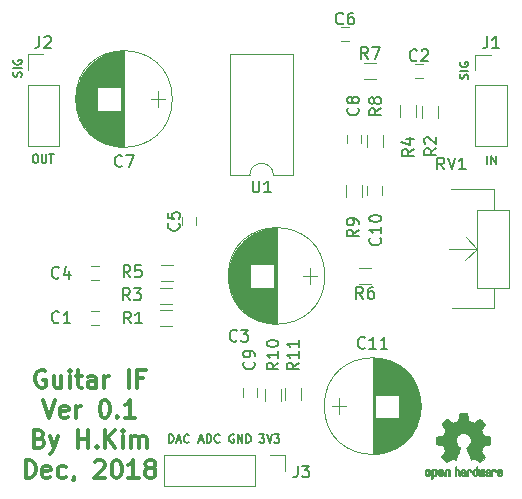
<source format=gbr>
G04 #@! TF.GenerationSoftware,KiCad,Pcbnew,(5.0.1-3-g963ef8bb5)*
G04 #@! TF.CreationDate,2018-12-13T09:38:25+09:00*
G04 #@! TF.ProjectId,guitarif,67756974617269662E6B696361645F70,rev?*
G04 #@! TF.SameCoordinates,Original*
G04 #@! TF.FileFunction,Legend,Top*
G04 #@! TF.FilePolarity,Positive*
%FSLAX46Y46*%
G04 Gerber Fmt 4.6, Leading zero omitted, Abs format (unit mm)*
G04 Created by KiCad (PCBNEW (5.0.1-3-g963ef8bb5)) date 2018 December 13, Thursday 09:38:25*
%MOMM*%
%LPD*%
G01*
G04 APERTURE LIST*
%ADD10C,0.175000*%
%ADD11C,0.300000*%
%ADD12C,0.120000*%
%ADD13C,0.010000*%
%ADD14C,0.150000*%
G04 APERTURE END LIST*
D10*
X203283333Y-61216666D02*
X203316666Y-61116666D01*
X203316666Y-60950000D01*
X203283333Y-60883333D01*
X203250000Y-60850000D01*
X203183333Y-60816666D01*
X203116666Y-60816666D01*
X203050000Y-60850000D01*
X203016666Y-60883333D01*
X202983333Y-60950000D01*
X202950000Y-61083333D01*
X202916666Y-61150000D01*
X202883333Y-61183333D01*
X202816666Y-61216666D01*
X202750000Y-61216666D01*
X202683333Y-61183333D01*
X202650000Y-61150000D01*
X202616666Y-61083333D01*
X202616666Y-60916666D01*
X202650000Y-60816666D01*
X203316666Y-60516666D02*
X202616666Y-60516666D01*
X202650000Y-59816666D02*
X202616666Y-59883333D01*
X202616666Y-59983333D01*
X202650000Y-60083333D01*
X202716666Y-60150000D01*
X202783333Y-60183333D01*
X202916666Y-60216666D01*
X203016666Y-60216666D01*
X203150000Y-60183333D01*
X203216666Y-60150000D01*
X203283333Y-60083333D01*
X203316666Y-59983333D01*
X203316666Y-59916666D01*
X203283333Y-59816666D01*
X203250000Y-59783333D01*
X203016666Y-59783333D01*
X203016666Y-59916666D01*
X165483333Y-61016666D02*
X165516666Y-60916666D01*
X165516666Y-60750000D01*
X165483333Y-60683333D01*
X165450000Y-60650000D01*
X165383333Y-60616666D01*
X165316666Y-60616666D01*
X165250000Y-60650000D01*
X165216666Y-60683333D01*
X165183333Y-60750000D01*
X165150000Y-60883333D01*
X165116666Y-60950000D01*
X165083333Y-60983333D01*
X165016666Y-61016666D01*
X164950000Y-61016666D01*
X164883333Y-60983333D01*
X164850000Y-60950000D01*
X164816666Y-60883333D01*
X164816666Y-60716666D01*
X164850000Y-60616666D01*
X165516666Y-60316666D02*
X164816666Y-60316666D01*
X164850000Y-59616666D02*
X164816666Y-59683333D01*
X164816666Y-59783333D01*
X164850000Y-59883333D01*
X164916666Y-59950000D01*
X164983333Y-59983333D01*
X165116666Y-60016666D01*
X165216666Y-60016666D01*
X165350000Y-59983333D01*
X165416666Y-59950000D01*
X165483333Y-59883333D01*
X165516666Y-59783333D01*
X165516666Y-59716666D01*
X165483333Y-59616666D01*
X165450000Y-59583333D01*
X165216666Y-59583333D01*
X165216666Y-59716666D01*
X204933333Y-68416666D02*
X204933333Y-67716666D01*
X205266666Y-68416666D02*
X205266666Y-67716666D01*
X205666666Y-68416666D01*
X205666666Y-67716666D01*
X166600000Y-67616666D02*
X166733333Y-67616666D01*
X166800000Y-67650000D01*
X166866666Y-67716666D01*
X166900000Y-67850000D01*
X166900000Y-68083333D01*
X166866666Y-68216666D01*
X166800000Y-68283333D01*
X166733333Y-68316666D01*
X166600000Y-68316666D01*
X166533333Y-68283333D01*
X166466666Y-68216666D01*
X166433333Y-68083333D01*
X166433333Y-67850000D01*
X166466666Y-67716666D01*
X166533333Y-67650000D01*
X166600000Y-67616666D01*
X167200000Y-67616666D02*
X167200000Y-68183333D01*
X167233333Y-68250000D01*
X167266666Y-68283333D01*
X167333333Y-68316666D01*
X167466666Y-68316666D01*
X167533333Y-68283333D01*
X167566666Y-68250000D01*
X167600000Y-68183333D01*
X167600000Y-67616666D01*
X167833333Y-67616666D02*
X168233333Y-67616666D01*
X168033333Y-68316666D02*
X168033333Y-67616666D01*
X185633333Y-91316666D02*
X186066666Y-91316666D01*
X185833333Y-91583333D01*
X185933333Y-91583333D01*
X186000000Y-91616666D01*
X186033333Y-91650000D01*
X186066666Y-91716666D01*
X186066666Y-91883333D01*
X186033333Y-91950000D01*
X186000000Y-91983333D01*
X185933333Y-92016666D01*
X185733333Y-92016666D01*
X185666666Y-91983333D01*
X185633333Y-91950000D01*
X186266666Y-91316666D02*
X186500000Y-92016666D01*
X186733333Y-91316666D01*
X186900000Y-91316666D02*
X187333333Y-91316666D01*
X187100000Y-91583333D01*
X187200000Y-91583333D01*
X187266666Y-91616666D01*
X187300000Y-91650000D01*
X187333333Y-91716666D01*
X187333333Y-91883333D01*
X187300000Y-91950000D01*
X187266666Y-91983333D01*
X187200000Y-92016666D01*
X187000000Y-92016666D01*
X186933333Y-91983333D01*
X186900000Y-91950000D01*
X183466666Y-91350000D02*
X183400000Y-91316666D01*
X183300000Y-91316666D01*
X183200000Y-91350000D01*
X183133333Y-91416666D01*
X183100000Y-91483333D01*
X183066666Y-91616666D01*
X183066666Y-91716666D01*
X183100000Y-91850000D01*
X183133333Y-91916666D01*
X183200000Y-91983333D01*
X183300000Y-92016666D01*
X183366666Y-92016666D01*
X183466666Y-91983333D01*
X183500000Y-91950000D01*
X183500000Y-91716666D01*
X183366666Y-91716666D01*
X183800000Y-92016666D02*
X183800000Y-91316666D01*
X184200000Y-92016666D01*
X184200000Y-91316666D01*
X184533333Y-92016666D02*
X184533333Y-91316666D01*
X184700000Y-91316666D01*
X184800000Y-91350000D01*
X184866666Y-91416666D01*
X184900000Y-91483333D01*
X184933333Y-91616666D01*
X184933333Y-91716666D01*
X184900000Y-91850000D01*
X184866666Y-91916666D01*
X184800000Y-91983333D01*
X184700000Y-92016666D01*
X184533333Y-92016666D01*
X180533333Y-91816666D02*
X180866666Y-91816666D01*
X180466666Y-92016666D02*
X180700000Y-91316666D01*
X180933333Y-92016666D01*
X181166666Y-92016666D02*
X181166666Y-91316666D01*
X181333333Y-91316666D01*
X181433333Y-91350000D01*
X181500000Y-91416666D01*
X181533333Y-91483333D01*
X181566666Y-91616666D01*
X181566666Y-91716666D01*
X181533333Y-91850000D01*
X181500000Y-91916666D01*
X181433333Y-91983333D01*
X181333333Y-92016666D01*
X181166666Y-92016666D01*
X182266666Y-91950000D02*
X182233333Y-91983333D01*
X182133333Y-92016666D01*
X182066666Y-92016666D01*
X181966666Y-91983333D01*
X181900000Y-91916666D01*
X181866666Y-91850000D01*
X181833333Y-91716666D01*
X181833333Y-91616666D01*
X181866666Y-91483333D01*
X181900000Y-91416666D01*
X181966666Y-91350000D01*
X182066666Y-91316666D01*
X182133333Y-91316666D01*
X182233333Y-91350000D01*
X182266666Y-91383333D01*
X177966666Y-92016666D02*
X177966666Y-91316666D01*
X178133333Y-91316666D01*
X178233333Y-91350000D01*
X178300000Y-91416666D01*
X178333333Y-91483333D01*
X178366666Y-91616666D01*
X178366666Y-91716666D01*
X178333333Y-91850000D01*
X178300000Y-91916666D01*
X178233333Y-91983333D01*
X178133333Y-92016666D01*
X177966666Y-92016666D01*
X178633333Y-91816666D02*
X178966666Y-91816666D01*
X178566666Y-92016666D02*
X178800000Y-91316666D01*
X179033333Y-92016666D01*
X179666666Y-91950000D02*
X179633333Y-91983333D01*
X179533333Y-92016666D01*
X179466666Y-92016666D01*
X179366666Y-91983333D01*
X179300000Y-91916666D01*
X179266666Y-91850000D01*
X179233333Y-91716666D01*
X179233333Y-91616666D01*
X179266666Y-91483333D01*
X179300000Y-91416666D01*
X179366666Y-91350000D01*
X179466666Y-91316666D01*
X179533333Y-91316666D01*
X179633333Y-91350000D01*
X179666666Y-91383333D01*
D11*
X167514285Y-85925000D02*
X167371428Y-85853571D01*
X167157142Y-85853571D01*
X166942857Y-85925000D01*
X166800000Y-86067857D01*
X166728571Y-86210714D01*
X166657142Y-86496428D01*
X166657142Y-86710714D01*
X166728571Y-86996428D01*
X166800000Y-87139285D01*
X166942857Y-87282142D01*
X167157142Y-87353571D01*
X167300000Y-87353571D01*
X167514285Y-87282142D01*
X167585714Y-87210714D01*
X167585714Y-86710714D01*
X167300000Y-86710714D01*
X168871428Y-86353571D02*
X168871428Y-87353571D01*
X168228571Y-86353571D02*
X168228571Y-87139285D01*
X168300000Y-87282142D01*
X168442857Y-87353571D01*
X168657142Y-87353571D01*
X168800000Y-87282142D01*
X168871428Y-87210714D01*
X169585714Y-87353571D02*
X169585714Y-86353571D01*
X169585714Y-85853571D02*
X169514285Y-85925000D01*
X169585714Y-85996428D01*
X169657142Y-85925000D01*
X169585714Y-85853571D01*
X169585714Y-85996428D01*
X170085714Y-86353571D02*
X170657142Y-86353571D01*
X170300000Y-85853571D02*
X170300000Y-87139285D01*
X170371428Y-87282142D01*
X170514285Y-87353571D01*
X170657142Y-87353571D01*
X171800000Y-87353571D02*
X171800000Y-86567857D01*
X171728571Y-86425000D01*
X171585714Y-86353571D01*
X171300000Y-86353571D01*
X171157142Y-86425000D01*
X171800000Y-87282142D02*
X171657142Y-87353571D01*
X171300000Y-87353571D01*
X171157142Y-87282142D01*
X171085714Y-87139285D01*
X171085714Y-86996428D01*
X171157142Y-86853571D01*
X171300000Y-86782142D01*
X171657142Y-86782142D01*
X171800000Y-86710714D01*
X172514285Y-87353571D02*
X172514285Y-86353571D01*
X172514285Y-86639285D02*
X172585714Y-86496428D01*
X172657142Y-86425000D01*
X172800000Y-86353571D01*
X172942857Y-86353571D01*
X174585714Y-87353571D02*
X174585714Y-85853571D01*
X175800000Y-86567857D02*
X175300000Y-86567857D01*
X175300000Y-87353571D02*
X175300000Y-85853571D01*
X176014285Y-85853571D01*
X167335714Y-88403571D02*
X167835714Y-89903571D01*
X168335714Y-88403571D01*
X169407142Y-89832142D02*
X169264285Y-89903571D01*
X168978571Y-89903571D01*
X168835714Y-89832142D01*
X168764285Y-89689285D01*
X168764285Y-89117857D01*
X168835714Y-88975000D01*
X168978571Y-88903571D01*
X169264285Y-88903571D01*
X169407142Y-88975000D01*
X169478571Y-89117857D01*
X169478571Y-89260714D01*
X168764285Y-89403571D01*
X170121428Y-89903571D02*
X170121428Y-88903571D01*
X170121428Y-89189285D02*
X170192857Y-89046428D01*
X170264285Y-88975000D01*
X170407142Y-88903571D01*
X170550000Y-88903571D01*
X172478571Y-88403571D02*
X172621428Y-88403571D01*
X172764285Y-88475000D01*
X172835714Y-88546428D01*
X172907142Y-88689285D01*
X172978571Y-88975000D01*
X172978571Y-89332142D01*
X172907142Y-89617857D01*
X172835714Y-89760714D01*
X172764285Y-89832142D01*
X172621428Y-89903571D01*
X172478571Y-89903571D01*
X172335714Y-89832142D01*
X172264285Y-89760714D01*
X172192857Y-89617857D01*
X172121428Y-89332142D01*
X172121428Y-88975000D01*
X172192857Y-88689285D01*
X172264285Y-88546428D01*
X172335714Y-88475000D01*
X172478571Y-88403571D01*
X173621428Y-89760714D02*
X173692857Y-89832142D01*
X173621428Y-89903571D01*
X173550000Y-89832142D01*
X173621428Y-89760714D01*
X173621428Y-89903571D01*
X175121428Y-89903571D02*
X174264285Y-89903571D01*
X174692857Y-89903571D02*
X174692857Y-88403571D01*
X174550000Y-88617857D01*
X174407142Y-88760714D01*
X174264285Y-88832142D01*
X167014285Y-91667857D02*
X167228571Y-91739285D01*
X167300000Y-91810714D01*
X167371428Y-91953571D01*
X167371428Y-92167857D01*
X167300000Y-92310714D01*
X167228571Y-92382142D01*
X167085714Y-92453571D01*
X166514285Y-92453571D01*
X166514285Y-90953571D01*
X167014285Y-90953571D01*
X167157142Y-91025000D01*
X167228571Y-91096428D01*
X167300000Y-91239285D01*
X167300000Y-91382142D01*
X167228571Y-91525000D01*
X167157142Y-91596428D01*
X167014285Y-91667857D01*
X166514285Y-91667857D01*
X167871428Y-91453571D02*
X168228571Y-92453571D01*
X168585714Y-91453571D02*
X168228571Y-92453571D01*
X168085714Y-92810714D01*
X168014285Y-92882142D01*
X167871428Y-92953571D01*
X170300000Y-92453571D02*
X170300000Y-90953571D01*
X170300000Y-91667857D02*
X171157142Y-91667857D01*
X171157142Y-92453571D02*
X171157142Y-90953571D01*
X171871428Y-92310714D02*
X171942857Y-92382142D01*
X171871428Y-92453571D01*
X171800000Y-92382142D01*
X171871428Y-92310714D01*
X171871428Y-92453571D01*
X172585714Y-92453571D02*
X172585714Y-90953571D01*
X173442857Y-92453571D02*
X172800000Y-91596428D01*
X173442857Y-90953571D02*
X172585714Y-91810714D01*
X174085714Y-92453571D02*
X174085714Y-91453571D01*
X174085714Y-90953571D02*
X174014285Y-91025000D01*
X174085714Y-91096428D01*
X174157142Y-91025000D01*
X174085714Y-90953571D01*
X174085714Y-91096428D01*
X174800000Y-92453571D02*
X174800000Y-91453571D01*
X174800000Y-91596428D02*
X174871428Y-91525000D01*
X175014285Y-91453571D01*
X175228571Y-91453571D01*
X175371428Y-91525000D01*
X175442857Y-91667857D01*
X175442857Y-92453571D01*
X175442857Y-91667857D02*
X175514285Y-91525000D01*
X175657142Y-91453571D01*
X175871428Y-91453571D01*
X176014285Y-91525000D01*
X176085714Y-91667857D01*
X176085714Y-92453571D01*
X165835714Y-95003571D02*
X165835714Y-93503571D01*
X166192857Y-93503571D01*
X166407142Y-93575000D01*
X166550000Y-93717857D01*
X166621428Y-93860714D01*
X166692857Y-94146428D01*
X166692857Y-94360714D01*
X166621428Y-94646428D01*
X166550000Y-94789285D01*
X166407142Y-94932142D01*
X166192857Y-95003571D01*
X165835714Y-95003571D01*
X167907142Y-94932142D02*
X167764285Y-95003571D01*
X167478571Y-95003571D01*
X167335714Y-94932142D01*
X167264285Y-94789285D01*
X167264285Y-94217857D01*
X167335714Y-94075000D01*
X167478571Y-94003571D01*
X167764285Y-94003571D01*
X167907142Y-94075000D01*
X167978571Y-94217857D01*
X167978571Y-94360714D01*
X167264285Y-94503571D01*
X169264285Y-94932142D02*
X169121428Y-95003571D01*
X168835714Y-95003571D01*
X168692857Y-94932142D01*
X168621428Y-94860714D01*
X168550000Y-94717857D01*
X168550000Y-94289285D01*
X168621428Y-94146428D01*
X168692857Y-94075000D01*
X168835714Y-94003571D01*
X169121428Y-94003571D01*
X169264285Y-94075000D01*
X169978571Y-94932142D02*
X169978571Y-95003571D01*
X169907142Y-95146428D01*
X169835714Y-95217857D01*
X171692857Y-93646428D02*
X171764285Y-93575000D01*
X171907142Y-93503571D01*
X172264285Y-93503571D01*
X172407142Y-93575000D01*
X172478571Y-93646428D01*
X172550000Y-93789285D01*
X172550000Y-93932142D01*
X172478571Y-94146428D01*
X171621428Y-95003571D01*
X172550000Y-95003571D01*
X173478571Y-93503571D02*
X173621428Y-93503571D01*
X173764285Y-93575000D01*
X173835714Y-93646428D01*
X173907142Y-93789285D01*
X173978571Y-94075000D01*
X173978571Y-94432142D01*
X173907142Y-94717857D01*
X173835714Y-94860714D01*
X173764285Y-94932142D01*
X173621428Y-95003571D01*
X173478571Y-95003571D01*
X173335714Y-94932142D01*
X173264285Y-94860714D01*
X173192857Y-94717857D01*
X173121428Y-94432142D01*
X173121428Y-94075000D01*
X173192857Y-93789285D01*
X173264285Y-93646428D01*
X173335714Y-93575000D01*
X173478571Y-93503571D01*
X175407142Y-95003571D02*
X174550000Y-95003571D01*
X174978571Y-95003571D02*
X174978571Y-93503571D01*
X174835714Y-93717857D01*
X174692857Y-93860714D01*
X174550000Y-93932142D01*
X176264285Y-94146428D02*
X176121428Y-94075000D01*
X176050000Y-94003571D01*
X175978571Y-93860714D01*
X175978571Y-93789285D01*
X176050000Y-93646428D01*
X176121428Y-93575000D01*
X176264285Y-93503571D01*
X176550000Y-93503571D01*
X176692857Y-93575000D01*
X176764285Y-93646428D01*
X176835714Y-93789285D01*
X176835714Y-93860714D01*
X176764285Y-94003571D01*
X176692857Y-94075000D01*
X176550000Y-94146428D01*
X176264285Y-94146428D01*
X176121428Y-94217857D01*
X176050000Y-94289285D01*
X175978571Y-94432142D01*
X175978571Y-94717857D01*
X176050000Y-94860714D01*
X176121428Y-94932142D01*
X176264285Y-95003571D01*
X176550000Y-95003571D01*
X176692857Y-94932142D01*
X176764285Y-94860714D01*
X176835714Y-94717857D01*
X176835714Y-94432142D01*
X176764285Y-94289285D01*
X176692857Y-94217857D01*
X176550000Y-94146428D01*
D12*
G04 #@! TO.C,C1*
X172050000Y-82050000D02*
X171350000Y-82050000D01*
X171350000Y-80850000D02*
X172050000Y-80850000D01*
G04 #@! TO.C,C2*
X199500000Y-61120000D02*
X198800000Y-61120000D01*
X198800000Y-59920000D02*
X199500000Y-59920000D01*
G04 #@! TO.C,C3*
X189940000Y-78550000D02*
X189940000Y-77250000D01*
X190540000Y-77900000D02*
X189340000Y-77900000D01*
X183009000Y-78146000D02*
X183009000Y-77654000D01*
X183049000Y-78498000D02*
X183049000Y-77302000D01*
X183089000Y-78714000D02*
X183089000Y-77086000D01*
X183129000Y-78883000D02*
X183129000Y-76917000D01*
X183169000Y-79027000D02*
X183169000Y-76773000D01*
X183209000Y-79154000D02*
X183209000Y-76646000D01*
X183249000Y-79269000D02*
X183249000Y-76531000D01*
X183289000Y-79373000D02*
X183289000Y-76427000D01*
X183329000Y-79470000D02*
X183329000Y-76330000D01*
X183369000Y-79560000D02*
X183369000Y-76240000D01*
X183409000Y-79645000D02*
X183409000Y-76155000D01*
X183449000Y-79726000D02*
X183449000Y-76074000D01*
X183489000Y-79802000D02*
X183489000Y-75998000D01*
X183529000Y-79874000D02*
X183529000Y-75926000D01*
X183569000Y-79943000D02*
X183569000Y-75857000D01*
X183609000Y-80009000D02*
X183609000Y-75791000D01*
X183649000Y-80073000D02*
X183649000Y-75727000D01*
X183689000Y-80134000D02*
X183689000Y-75666000D01*
X183729000Y-80193000D02*
X183729000Y-75607000D01*
X183769000Y-80249000D02*
X183769000Y-75551000D01*
X183809000Y-80304000D02*
X183809000Y-75496000D01*
X183849000Y-80357000D02*
X183849000Y-75443000D01*
X183889000Y-80408000D02*
X183889000Y-75392000D01*
X183929000Y-80457000D02*
X183929000Y-75343000D01*
X183969000Y-80505000D02*
X183969000Y-75295000D01*
X184009000Y-80552000D02*
X184009000Y-75248000D01*
X184049000Y-80597000D02*
X184049000Y-75203000D01*
X184089000Y-80640000D02*
X184089000Y-75160000D01*
X184129000Y-80683000D02*
X184129000Y-75117000D01*
X184169000Y-80724000D02*
X184169000Y-75076000D01*
X184209000Y-80765000D02*
X184209000Y-75035000D01*
X184249000Y-80804000D02*
X184249000Y-74996000D01*
X184289000Y-80842000D02*
X184289000Y-74958000D01*
X184329000Y-80879000D02*
X184329000Y-74921000D01*
X184369000Y-80915000D02*
X184369000Y-74885000D01*
X184409000Y-80950000D02*
X184409000Y-74850000D01*
X184449000Y-80984000D02*
X184449000Y-74816000D01*
X184489000Y-81018000D02*
X184489000Y-74782000D01*
X184529000Y-81050000D02*
X184529000Y-74750000D01*
X184569000Y-81082000D02*
X184569000Y-74718000D01*
X184609000Y-81113000D02*
X184609000Y-74687000D01*
X184649000Y-81143000D02*
X184649000Y-74657000D01*
X184689000Y-81172000D02*
X184689000Y-74628000D01*
X184729000Y-81201000D02*
X184729000Y-74599000D01*
X184769000Y-81229000D02*
X184769000Y-74571000D01*
X184809000Y-81256000D02*
X184809000Y-74544000D01*
X184849000Y-81283000D02*
X184849000Y-74517000D01*
X184889000Y-76920000D02*
X184889000Y-74492000D01*
X184889000Y-81308000D02*
X184889000Y-78880000D01*
X184929000Y-76920000D02*
X184929000Y-74466000D01*
X184929000Y-81334000D02*
X184929000Y-78880000D01*
X184969000Y-76920000D02*
X184969000Y-74442000D01*
X184969000Y-81358000D02*
X184969000Y-78880000D01*
X185009000Y-76920000D02*
X185009000Y-74418000D01*
X185009000Y-81382000D02*
X185009000Y-78880000D01*
X185049000Y-76920000D02*
X185049000Y-74395000D01*
X185049000Y-81405000D02*
X185049000Y-78880000D01*
X185089000Y-76920000D02*
X185089000Y-74372000D01*
X185089000Y-81428000D02*
X185089000Y-78880000D01*
X185129000Y-76920000D02*
X185129000Y-74350000D01*
X185129000Y-81450000D02*
X185129000Y-78880000D01*
X185169000Y-76920000D02*
X185169000Y-74328000D01*
X185169000Y-81472000D02*
X185169000Y-78880000D01*
X185209000Y-76920000D02*
X185209000Y-74307000D01*
X185209000Y-81493000D02*
X185209000Y-78880000D01*
X185249000Y-76920000D02*
X185249000Y-74287000D01*
X185249000Y-81513000D02*
X185249000Y-78880000D01*
X185289000Y-76920000D02*
X185289000Y-74267000D01*
X185289000Y-81533000D02*
X185289000Y-78880000D01*
X185329000Y-76920000D02*
X185329000Y-74248000D01*
X185329000Y-81552000D02*
X185329000Y-78880000D01*
X185369000Y-76920000D02*
X185369000Y-74229000D01*
X185369000Y-81571000D02*
X185369000Y-78880000D01*
X185409000Y-76920000D02*
X185409000Y-74210000D01*
X185409000Y-81590000D02*
X185409000Y-78880000D01*
X185449000Y-76920000D02*
X185449000Y-74193000D01*
X185449000Y-81607000D02*
X185449000Y-78880000D01*
X185489000Y-76920000D02*
X185489000Y-74175000D01*
X185489000Y-81625000D02*
X185489000Y-78880000D01*
X185529000Y-76920000D02*
X185529000Y-74159000D01*
X185529000Y-81641000D02*
X185529000Y-78880000D01*
X185569000Y-76920000D02*
X185569000Y-74142000D01*
X185569000Y-81658000D02*
X185569000Y-78880000D01*
X185609000Y-76920000D02*
X185609000Y-74127000D01*
X185609000Y-81673000D02*
X185609000Y-78880000D01*
X185649000Y-76920000D02*
X185649000Y-74111000D01*
X185649000Y-81689000D02*
X185649000Y-78880000D01*
X185689000Y-76920000D02*
X185689000Y-74097000D01*
X185689000Y-81703000D02*
X185689000Y-78880000D01*
X185729000Y-76920000D02*
X185729000Y-74082000D01*
X185729000Y-81718000D02*
X185729000Y-78880000D01*
X185769000Y-76920000D02*
X185769000Y-74068000D01*
X185769000Y-81732000D02*
X185769000Y-78880000D01*
X185809000Y-76920000D02*
X185809000Y-74055000D01*
X185809000Y-81745000D02*
X185809000Y-78880000D01*
X185849000Y-76920000D02*
X185849000Y-74042000D01*
X185849000Y-81758000D02*
X185849000Y-78880000D01*
X185889000Y-76920000D02*
X185889000Y-74030000D01*
X185889000Y-81770000D02*
X185889000Y-78880000D01*
X185929000Y-76920000D02*
X185929000Y-74017000D01*
X185929000Y-81783000D02*
X185929000Y-78880000D01*
X185969000Y-76920000D02*
X185969000Y-74006000D01*
X185969000Y-81794000D02*
X185969000Y-78880000D01*
X186009000Y-76920000D02*
X186009000Y-73995000D01*
X186009000Y-81805000D02*
X186009000Y-78880000D01*
X186049000Y-76920000D02*
X186049000Y-73984000D01*
X186049000Y-81816000D02*
X186049000Y-78880000D01*
X186089000Y-76920000D02*
X186089000Y-73974000D01*
X186089000Y-81826000D02*
X186089000Y-78880000D01*
X186129000Y-76920000D02*
X186129000Y-73964000D01*
X186129000Y-81836000D02*
X186129000Y-78880000D01*
X186169000Y-76920000D02*
X186169000Y-73954000D01*
X186169000Y-81846000D02*
X186169000Y-78880000D01*
X186209000Y-76920000D02*
X186209000Y-73945000D01*
X186209000Y-81855000D02*
X186209000Y-78880000D01*
X186249000Y-76920000D02*
X186249000Y-73937000D01*
X186249000Y-81863000D02*
X186249000Y-78880000D01*
X186289000Y-76920000D02*
X186289000Y-73929000D01*
X186289000Y-81871000D02*
X186289000Y-78880000D01*
X186329000Y-76920000D02*
X186329000Y-73921000D01*
X186329000Y-81879000D02*
X186329000Y-78880000D01*
X186369000Y-76920000D02*
X186369000Y-73913000D01*
X186369000Y-81887000D02*
X186369000Y-78880000D01*
X186410000Y-76920000D02*
X186410000Y-73906000D01*
X186410000Y-81894000D02*
X186410000Y-78880000D01*
X186450000Y-76920000D02*
X186450000Y-73900000D01*
X186450000Y-81900000D02*
X186450000Y-78880000D01*
X186490000Y-76920000D02*
X186490000Y-73894000D01*
X186490000Y-81906000D02*
X186490000Y-78880000D01*
X186530000Y-76920000D02*
X186530000Y-73888000D01*
X186530000Y-81912000D02*
X186530000Y-78880000D01*
X186570000Y-76920000D02*
X186570000Y-73883000D01*
X186570000Y-81917000D02*
X186570000Y-78880000D01*
X186610000Y-76920000D02*
X186610000Y-73878000D01*
X186610000Y-81922000D02*
X186610000Y-78880000D01*
X186650000Y-76920000D02*
X186650000Y-73873000D01*
X186650000Y-81927000D02*
X186650000Y-78880000D01*
X186690000Y-76920000D02*
X186690000Y-73869000D01*
X186690000Y-81931000D02*
X186690000Y-78880000D01*
X186730000Y-76920000D02*
X186730000Y-73865000D01*
X186730000Y-81935000D02*
X186730000Y-78880000D01*
X186770000Y-76920000D02*
X186770000Y-73862000D01*
X186770000Y-81938000D02*
X186770000Y-78880000D01*
X186810000Y-76920000D02*
X186810000Y-73859000D01*
X186810000Y-81941000D02*
X186810000Y-78880000D01*
X186850000Y-81943000D02*
X186850000Y-73857000D01*
X186890000Y-81946000D02*
X186890000Y-73854000D01*
X186930000Y-81947000D02*
X186930000Y-73853000D01*
X186970000Y-81949000D02*
X186970000Y-73851000D01*
X187010000Y-81950000D02*
X187010000Y-73850000D01*
X187050000Y-81950000D02*
X187050000Y-73850000D01*
X187090000Y-81950000D02*
X187090000Y-73850000D01*
X191180000Y-77900000D02*
G75*
G03X191180000Y-77900000I-4090000J0D01*
G01*
G04 #@! TO.C,C4*
X171350000Y-77030000D02*
X172050000Y-77030000D01*
X172050000Y-78230000D02*
X171350000Y-78230000D01*
G04 #@! TO.C,C5*
X180290000Y-72920000D02*
X180290000Y-73620000D01*
X179090000Y-73620000D02*
X179090000Y-72920000D01*
G04 #@! TO.C,C6*
X192550000Y-56800000D02*
X193250000Y-56800000D01*
X193250000Y-58000000D02*
X192550000Y-58000000D01*
G04 #@! TO.C,C7*
X178260000Y-62920000D02*
G75*
G03X178260000Y-62920000I-4090000J0D01*
G01*
X174170000Y-66970000D02*
X174170000Y-58870000D01*
X174130000Y-66970000D02*
X174130000Y-58870000D01*
X174090000Y-66970000D02*
X174090000Y-58870000D01*
X174050000Y-66969000D02*
X174050000Y-58871000D01*
X174010000Y-66967000D02*
X174010000Y-58873000D01*
X173970000Y-66966000D02*
X173970000Y-58874000D01*
X173930000Y-66963000D02*
X173930000Y-58877000D01*
X173890000Y-66961000D02*
X173890000Y-63900000D01*
X173890000Y-61940000D02*
X173890000Y-58879000D01*
X173850000Y-66958000D02*
X173850000Y-63900000D01*
X173850000Y-61940000D02*
X173850000Y-58882000D01*
X173810000Y-66955000D02*
X173810000Y-63900000D01*
X173810000Y-61940000D02*
X173810000Y-58885000D01*
X173770000Y-66951000D02*
X173770000Y-63900000D01*
X173770000Y-61940000D02*
X173770000Y-58889000D01*
X173730000Y-66947000D02*
X173730000Y-63900000D01*
X173730000Y-61940000D02*
X173730000Y-58893000D01*
X173690000Y-66942000D02*
X173690000Y-63900000D01*
X173690000Y-61940000D02*
X173690000Y-58898000D01*
X173650000Y-66937000D02*
X173650000Y-63900000D01*
X173650000Y-61940000D02*
X173650000Y-58903000D01*
X173610000Y-66932000D02*
X173610000Y-63900000D01*
X173610000Y-61940000D02*
X173610000Y-58908000D01*
X173570000Y-66926000D02*
X173570000Y-63900000D01*
X173570000Y-61940000D02*
X173570000Y-58914000D01*
X173530000Y-66920000D02*
X173530000Y-63900000D01*
X173530000Y-61940000D02*
X173530000Y-58920000D01*
X173490000Y-66914000D02*
X173490000Y-63900000D01*
X173490000Y-61940000D02*
X173490000Y-58926000D01*
X173449000Y-66907000D02*
X173449000Y-63900000D01*
X173449000Y-61940000D02*
X173449000Y-58933000D01*
X173409000Y-66899000D02*
X173409000Y-63900000D01*
X173409000Y-61940000D02*
X173409000Y-58941000D01*
X173369000Y-66891000D02*
X173369000Y-63900000D01*
X173369000Y-61940000D02*
X173369000Y-58949000D01*
X173329000Y-66883000D02*
X173329000Y-63900000D01*
X173329000Y-61940000D02*
X173329000Y-58957000D01*
X173289000Y-66875000D02*
X173289000Y-63900000D01*
X173289000Y-61940000D02*
X173289000Y-58965000D01*
X173249000Y-66866000D02*
X173249000Y-63900000D01*
X173249000Y-61940000D02*
X173249000Y-58974000D01*
X173209000Y-66856000D02*
X173209000Y-63900000D01*
X173209000Y-61940000D02*
X173209000Y-58984000D01*
X173169000Y-66846000D02*
X173169000Y-63900000D01*
X173169000Y-61940000D02*
X173169000Y-58994000D01*
X173129000Y-66836000D02*
X173129000Y-63900000D01*
X173129000Y-61940000D02*
X173129000Y-59004000D01*
X173089000Y-66825000D02*
X173089000Y-63900000D01*
X173089000Y-61940000D02*
X173089000Y-59015000D01*
X173049000Y-66814000D02*
X173049000Y-63900000D01*
X173049000Y-61940000D02*
X173049000Y-59026000D01*
X173009000Y-66803000D02*
X173009000Y-63900000D01*
X173009000Y-61940000D02*
X173009000Y-59037000D01*
X172969000Y-66790000D02*
X172969000Y-63900000D01*
X172969000Y-61940000D02*
X172969000Y-59050000D01*
X172929000Y-66778000D02*
X172929000Y-63900000D01*
X172929000Y-61940000D02*
X172929000Y-59062000D01*
X172889000Y-66765000D02*
X172889000Y-63900000D01*
X172889000Y-61940000D02*
X172889000Y-59075000D01*
X172849000Y-66752000D02*
X172849000Y-63900000D01*
X172849000Y-61940000D02*
X172849000Y-59088000D01*
X172809000Y-66738000D02*
X172809000Y-63900000D01*
X172809000Y-61940000D02*
X172809000Y-59102000D01*
X172769000Y-66723000D02*
X172769000Y-63900000D01*
X172769000Y-61940000D02*
X172769000Y-59117000D01*
X172729000Y-66709000D02*
X172729000Y-63900000D01*
X172729000Y-61940000D02*
X172729000Y-59131000D01*
X172689000Y-66693000D02*
X172689000Y-63900000D01*
X172689000Y-61940000D02*
X172689000Y-59147000D01*
X172649000Y-66678000D02*
X172649000Y-63900000D01*
X172649000Y-61940000D02*
X172649000Y-59162000D01*
X172609000Y-66661000D02*
X172609000Y-63900000D01*
X172609000Y-61940000D02*
X172609000Y-59179000D01*
X172569000Y-66645000D02*
X172569000Y-63900000D01*
X172569000Y-61940000D02*
X172569000Y-59195000D01*
X172529000Y-66627000D02*
X172529000Y-63900000D01*
X172529000Y-61940000D02*
X172529000Y-59213000D01*
X172489000Y-66610000D02*
X172489000Y-63900000D01*
X172489000Y-61940000D02*
X172489000Y-59230000D01*
X172449000Y-66591000D02*
X172449000Y-63900000D01*
X172449000Y-61940000D02*
X172449000Y-59249000D01*
X172409000Y-66572000D02*
X172409000Y-63900000D01*
X172409000Y-61940000D02*
X172409000Y-59268000D01*
X172369000Y-66553000D02*
X172369000Y-63900000D01*
X172369000Y-61940000D02*
X172369000Y-59287000D01*
X172329000Y-66533000D02*
X172329000Y-63900000D01*
X172329000Y-61940000D02*
X172329000Y-59307000D01*
X172289000Y-66513000D02*
X172289000Y-63900000D01*
X172289000Y-61940000D02*
X172289000Y-59327000D01*
X172249000Y-66492000D02*
X172249000Y-63900000D01*
X172249000Y-61940000D02*
X172249000Y-59348000D01*
X172209000Y-66470000D02*
X172209000Y-63900000D01*
X172209000Y-61940000D02*
X172209000Y-59370000D01*
X172169000Y-66448000D02*
X172169000Y-63900000D01*
X172169000Y-61940000D02*
X172169000Y-59392000D01*
X172129000Y-66425000D02*
X172129000Y-63900000D01*
X172129000Y-61940000D02*
X172129000Y-59415000D01*
X172089000Y-66402000D02*
X172089000Y-63900000D01*
X172089000Y-61940000D02*
X172089000Y-59438000D01*
X172049000Y-66378000D02*
X172049000Y-63900000D01*
X172049000Y-61940000D02*
X172049000Y-59462000D01*
X172009000Y-66354000D02*
X172009000Y-63900000D01*
X172009000Y-61940000D02*
X172009000Y-59486000D01*
X171969000Y-66328000D02*
X171969000Y-63900000D01*
X171969000Y-61940000D02*
X171969000Y-59512000D01*
X171929000Y-66303000D02*
X171929000Y-59537000D01*
X171889000Y-66276000D02*
X171889000Y-59564000D01*
X171849000Y-66249000D02*
X171849000Y-59591000D01*
X171809000Y-66221000D02*
X171809000Y-59619000D01*
X171769000Y-66192000D02*
X171769000Y-59648000D01*
X171729000Y-66163000D02*
X171729000Y-59677000D01*
X171689000Y-66133000D02*
X171689000Y-59707000D01*
X171649000Y-66102000D02*
X171649000Y-59738000D01*
X171609000Y-66070000D02*
X171609000Y-59770000D01*
X171569000Y-66038000D02*
X171569000Y-59802000D01*
X171529000Y-66004000D02*
X171529000Y-59836000D01*
X171489000Y-65970000D02*
X171489000Y-59870000D01*
X171449000Y-65935000D02*
X171449000Y-59905000D01*
X171409000Y-65899000D02*
X171409000Y-59941000D01*
X171369000Y-65862000D02*
X171369000Y-59978000D01*
X171329000Y-65824000D02*
X171329000Y-60016000D01*
X171289000Y-65785000D02*
X171289000Y-60055000D01*
X171249000Y-65744000D02*
X171249000Y-60096000D01*
X171209000Y-65703000D02*
X171209000Y-60137000D01*
X171169000Y-65660000D02*
X171169000Y-60180000D01*
X171129000Y-65617000D02*
X171129000Y-60223000D01*
X171089000Y-65572000D02*
X171089000Y-60268000D01*
X171049000Y-65525000D02*
X171049000Y-60315000D01*
X171009000Y-65477000D02*
X171009000Y-60363000D01*
X170969000Y-65428000D02*
X170969000Y-60412000D01*
X170929000Y-65377000D02*
X170929000Y-60463000D01*
X170889000Y-65324000D02*
X170889000Y-60516000D01*
X170849000Y-65269000D02*
X170849000Y-60571000D01*
X170809000Y-65213000D02*
X170809000Y-60627000D01*
X170769000Y-65154000D02*
X170769000Y-60686000D01*
X170729000Y-65093000D02*
X170729000Y-60747000D01*
X170689000Y-65029000D02*
X170689000Y-60811000D01*
X170649000Y-64963000D02*
X170649000Y-60877000D01*
X170609000Y-64894000D02*
X170609000Y-60946000D01*
X170569000Y-64822000D02*
X170569000Y-61018000D01*
X170529000Y-64746000D02*
X170529000Y-61094000D01*
X170489000Y-64665000D02*
X170489000Y-61175000D01*
X170449000Y-64580000D02*
X170449000Y-61260000D01*
X170409000Y-64490000D02*
X170409000Y-61350000D01*
X170369000Y-64393000D02*
X170369000Y-61447000D01*
X170329000Y-64289000D02*
X170329000Y-61551000D01*
X170289000Y-64174000D02*
X170289000Y-61666000D01*
X170249000Y-64047000D02*
X170249000Y-61793000D01*
X170209000Y-63903000D02*
X170209000Y-61937000D01*
X170169000Y-63734000D02*
X170169000Y-62106000D01*
X170129000Y-63518000D02*
X170129000Y-62322000D01*
X170089000Y-63166000D02*
X170089000Y-62674000D01*
X177620000Y-62920000D02*
X176420000Y-62920000D01*
X177020000Y-63570000D02*
X177020000Y-62270000D01*
G04 #@! TO.C,C8*
X193020000Y-66650000D02*
X193020000Y-65950000D01*
X194220000Y-65950000D02*
X194220000Y-66650000D01*
G04 #@! TO.C,C9*
X185420000Y-87410000D02*
X185420000Y-88110000D01*
X184220000Y-88110000D02*
X184220000Y-87410000D01*
G04 #@! TO.C,C10*
X195990000Y-70320000D02*
X195990000Y-71020000D01*
X194790000Y-71020000D02*
X194790000Y-70320000D01*
G04 #@! TO.C,C11*
X192370000Y-88270000D02*
X192370000Y-89570000D01*
X191770000Y-88920000D02*
X192970000Y-88920000D01*
X199301000Y-88674000D02*
X199301000Y-89166000D01*
X199261000Y-88322000D02*
X199261000Y-89518000D01*
X199221000Y-88106000D02*
X199221000Y-89734000D01*
X199181000Y-87937000D02*
X199181000Y-89903000D01*
X199141000Y-87793000D02*
X199141000Y-90047000D01*
X199101000Y-87666000D02*
X199101000Y-90174000D01*
X199061000Y-87551000D02*
X199061000Y-90289000D01*
X199021000Y-87447000D02*
X199021000Y-90393000D01*
X198981000Y-87350000D02*
X198981000Y-90490000D01*
X198941000Y-87260000D02*
X198941000Y-90580000D01*
X198901000Y-87175000D02*
X198901000Y-90665000D01*
X198861000Y-87094000D02*
X198861000Y-90746000D01*
X198821000Y-87018000D02*
X198821000Y-90822000D01*
X198781000Y-86946000D02*
X198781000Y-90894000D01*
X198741000Y-86877000D02*
X198741000Y-90963000D01*
X198701000Y-86811000D02*
X198701000Y-91029000D01*
X198661000Y-86747000D02*
X198661000Y-91093000D01*
X198621000Y-86686000D02*
X198621000Y-91154000D01*
X198581000Y-86627000D02*
X198581000Y-91213000D01*
X198541000Y-86571000D02*
X198541000Y-91269000D01*
X198501000Y-86516000D02*
X198501000Y-91324000D01*
X198461000Y-86463000D02*
X198461000Y-91377000D01*
X198421000Y-86412000D02*
X198421000Y-91428000D01*
X198381000Y-86363000D02*
X198381000Y-91477000D01*
X198341000Y-86315000D02*
X198341000Y-91525000D01*
X198301000Y-86268000D02*
X198301000Y-91572000D01*
X198261000Y-86223000D02*
X198261000Y-91617000D01*
X198221000Y-86180000D02*
X198221000Y-91660000D01*
X198181000Y-86137000D02*
X198181000Y-91703000D01*
X198141000Y-86096000D02*
X198141000Y-91744000D01*
X198101000Y-86055000D02*
X198101000Y-91785000D01*
X198061000Y-86016000D02*
X198061000Y-91824000D01*
X198021000Y-85978000D02*
X198021000Y-91862000D01*
X197981000Y-85941000D02*
X197981000Y-91899000D01*
X197941000Y-85905000D02*
X197941000Y-91935000D01*
X197901000Y-85870000D02*
X197901000Y-91970000D01*
X197861000Y-85836000D02*
X197861000Y-92004000D01*
X197821000Y-85802000D02*
X197821000Y-92038000D01*
X197781000Y-85770000D02*
X197781000Y-92070000D01*
X197741000Y-85738000D02*
X197741000Y-92102000D01*
X197701000Y-85707000D02*
X197701000Y-92133000D01*
X197661000Y-85677000D02*
X197661000Y-92163000D01*
X197621000Y-85648000D02*
X197621000Y-92192000D01*
X197581000Y-85619000D02*
X197581000Y-92221000D01*
X197541000Y-85591000D02*
X197541000Y-92249000D01*
X197501000Y-85564000D02*
X197501000Y-92276000D01*
X197461000Y-85537000D02*
X197461000Y-92303000D01*
X197421000Y-89900000D02*
X197421000Y-92328000D01*
X197421000Y-85512000D02*
X197421000Y-87940000D01*
X197381000Y-89900000D02*
X197381000Y-92354000D01*
X197381000Y-85486000D02*
X197381000Y-87940000D01*
X197341000Y-89900000D02*
X197341000Y-92378000D01*
X197341000Y-85462000D02*
X197341000Y-87940000D01*
X197301000Y-89900000D02*
X197301000Y-92402000D01*
X197301000Y-85438000D02*
X197301000Y-87940000D01*
X197261000Y-89900000D02*
X197261000Y-92425000D01*
X197261000Y-85415000D02*
X197261000Y-87940000D01*
X197221000Y-89900000D02*
X197221000Y-92448000D01*
X197221000Y-85392000D02*
X197221000Y-87940000D01*
X197181000Y-89900000D02*
X197181000Y-92470000D01*
X197181000Y-85370000D02*
X197181000Y-87940000D01*
X197141000Y-89900000D02*
X197141000Y-92492000D01*
X197141000Y-85348000D02*
X197141000Y-87940000D01*
X197101000Y-89900000D02*
X197101000Y-92513000D01*
X197101000Y-85327000D02*
X197101000Y-87940000D01*
X197061000Y-89900000D02*
X197061000Y-92533000D01*
X197061000Y-85307000D02*
X197061000Y-87940000D01*
X197021000Y-89900000D02*
X197021000Y-92553000D01*
X197021000Y-85287000D02*
X197021000Y-87940000D01*
X196981000Y-89900000D02*
X196981000Y-92572000D01*
X196981000Y-85268000D02*
X196981000Y-87940000D01*
X196941000Y-89900000D02*
X196941000Y-92591000D01*
X196941000Y-85249000D02*
X196941000Y-87940000D01*
X196901000Y-89900000D02*
X196901000Y-92610000D01*
X196901000Y-85230000D02*
X196901000Y-87940000D01*
X196861000Y-89900000D02*
X196861000Y-92627000D01*
X196861000Y-85213000D02*
X196861000Y-87940000D01*
X196821000Y-89900000D02*
X196821000Y-92645000D01*
X196821000Y-85195000D02*
X196821000Y-87940000D01*
X196781000Y-89900000D02*
X196781000Y-92661000D01*
X196781000Y-85179000D02*
X196781000Y-87940000D01*
X196741000Y-89900000D02*
X196741000Y-92678000D01*
X196741000Y-85162000D02*
X196741000Y-87940000D01*
X196701000Y-89900000D02*
X196701000Y-92693000D01*
X196701000Y-85147000D02*
X196701000Y-87940000D01*
X196661000Y-89900000D02*
X196661000Y-92709000D01*
X196661000Y-85131000D02*
X196661000Y-87940000D01*
X196621000Y-89900000D02*
X196621000Y-92723000D01*
X196621000Y-85117000D02*
X196621000Y-87940000D01*
X196581000Y-89900000D02*
X196581000Y-92738000D01*
X196581000Y-85102000D02*
X196581000Y-87940000D01*
X196541000Y-89900000D02*
X196541000Y-92752000D01*
X196541000Y-85088000D02*
X196541000Y-87940000D01*
X196501000Y-89900000D02*
X196501000Y-92765000D01*
X196501000Y-85075000D02*
X196501000Y-87940000D01*
X196461000Y-89900000D02*
X196461000Y-92778000D01*
X196461000Y-85062000D02*
X196461000Y-87940000D01*
X196421000Y-89900000D02*
X196421000Y-92790000D01*
X196421000Y-85050000D02*
X196421000Y-87940000D01*
X196381000Y-89900000D02*
X196381000Y-92803000D01*
X196381000Y-85037000D02*
X196381000Y-87940000D01*
X196341000Y-89900000D02*
X196341000Y-92814000D01*
X196341000Y-85026000D02*
X196341000Y-87940000D01*
X196301000Y-89900000D02*
X196301000Y-92825000D01*
X196301000Y-85015000D02*
X196301000Y-87940000D01*
X196261000Y-89900000D02*
X196261000Y-92836000D01*
X196261000Y-85004000D02*
X196261000Y-87940000D01*
X196221000Y-89900000D02*
X196221000Y-92846000D01*
X196221000Y-84994000D02*
X196221000Y-87940000D01*
X196181000Y-89900000D02*
X196181000Y-92856000D01*
X196181000Y-84984000D02*
X196181000Y-87940000D01*
X196141000Y-89900000D02*
X196141000Y-92866000D01*
X196141000Y-84974000D02*
X196141000Y-87940000D01*
X196101000Y-89900000D02*
X196101000Y-92875000D01*
X196101000Y-84965000D02*
X196101000Y-87940000D01*
X196061000Y-89900000D02*
X196061000Y-92883000D01*
X196061000Y-84957000D02*
X196061000Y-87940000D01*
X196021000Y-89900000D02*
X196021000Y-92891000D01*
X196021000Y-84949000D02*
X196021000Y-87940000D01*
X195981000Y-89900000D02*
X195981000Y-92899000D01*
X195981000Y-84941000D02*
X195981000Y-87940000D01*
X195941000Y-89900000D02*
X195941000Y-92907000D01*
X195941000Y-84933000D02*
X195941000Y-87940000D01*
X195900000Y-89900000D02*
X195900000Y-92914000D01*
X195900000Y-84926000D02*
X195900000Y-87940000D01*
X195860000Y-89900000D02*
X195860000Y-92920000D01*
X195860000Y-84920000D02*
X195860000Y-87940000D01*
X195820000Y-89900000D02*
X195820000Y-92926000D01*
X195820000Y-84914000D02*
X195820000Y-87940000D01*
X195780000Y-89900000D02*
X195780000Y-92932000D01*
X195780000Y-84908000D02*
X195780000Y-87940000D01*
X195740000Y-89900000D02*
X195740000Y-92937000D01*
X195740000Y-84903000D02*
X195740000Y-87940000D01*
X195700000Y-89900000D02*
X195700000Y-92942000D01*
X195700000Y-84898000D02*
X195700000Y-87940000D01*
X195660000Y-89900000D02*
X195660000Y-92947000D01*
X195660000Y-84893000D02*
X195660000Y-87940000D01*
X195620000Y-89900000D02*
X195620000Y-92951000D01*
X195620000Y-84889000D02*
X195620000Y-87940000D01*
X195580000Y-89900000D02*
X195580000Y-92955000D01*
X195580000Y-84885000D02*
X195580000Y-87940000D01*
X195540000Y-89900000D02*
X195540000Y-92958000D01*
X195540000Y-84882000D02*
X195540000Y-87940000D01*
X195500000Y-89900000D02*
X195500000Y-92961000D01*
X195500000Y-84879000D02*
X195500000Y-87940000D01*
X195460000Y-84877000D02*
X195460000Y-92963000D01*
X195420000Y-84874000D02*
X195420000Y-92966000D01*
X195380000Y-84873000D02*
X195380000Y-92967000D01*
X195340000Y-84871000D02*
X195340000Y-92969000D01*
X195300000Y-84870000D02*
X195300000Y-92970000D01*
X195260000Y-84870000D02*
X195260000Y-92970000D01*
X195220000Y-84870000D02*
X195220000Y-92970000D01*
X199310000Y-88920000D02*
G75*
G03X199310000Y-88920000I-4090000J0D01*
G01*
G04 #@! TO.C,J1*
X203920000Y-59170000D02*
X205250000Y-59170000D01*
X203920000Y-60500000D02*
X203920000Y-59170000D01*
X203920000Y-61770000D02*
X206580000Y-61770000D01*
X206580000Y-61770000D02*
X206580000Y-66910000D01*
X203920000Y-61770000D02*
X203920000Y-66910000D01*
X203920000Y-66910000D02*
X206580000Y-66910000D01*
G04 #@! TO.C,J2*
X166010000Y-66890000D02*
X168670000Y-66890000D01*
X166010000Y-61750000D02*
X166010000Y-66890000D01*
X168670000Y-61750000D02*
X168670000Y-66890000D01*
X166010000Y-61750000D02*
X168670000Y-61750000D01*
X166010000Y-60480000D02*
X166010000Y-59150000D01*
X166010000Y-59150000D02*
X167340000Y-59150000D01*
G04 #@! TO.C,J3*
X187830000Y-93060000D02*
X187830000Y-94390000D01*
X186500000Y-93060000D02*
X187830000Y-93060000D01*
X185230000Y-93060000D02*
X185230000Y-95720000D01*
X185230000Y-95720000D02*
X177550000Y-95720000D01*
X185230000Y-93060000D02*
X177550000Y-93060000D01*
X177550000Y-93060000D02*
X177550000Y-95720000D01*
G04 #@! TO.C,R1*
X177260000Y-80790000D02*
X178260000Y-80790000D01*
X178260000Y-82150000D02*
X177260000Y-82150000D01*
G04 #@! TO.C,R2*
X200780000Y-63530000D02*
X200780000Y-64530000D01*
X199420000Y-64530000D02*
X199420000Y-63530000D01*
G04 #@! TO.C,R3*
X177260000Y-78910000D02*
X178260000Y-78910000D01*
X178260000Y-80270000D02*
X177260000Y-80270000D01*
G04 #@! TO.C,R4*
X197570000Y-64460000D02*
X197570000Y-63460000D01*
X198930000Y-63460000D02*
X198930000Y-64460000D01*
G04 #@! TO.C,R5*
X177320000Y-76960000D02*
X178320000Y-76960000D01*
X178320000Y-78320000D02*
X177320000Y-78320000D01*
G04 #@! TO.C,R6*
X194080000Y-77250000D02*
X195080000Y-77250000D01*
X195080000Y-78610000D02*
X194080000Y-78610000D01*
G04 #@! TO.C,R7*
X194490000Y-59850000D02*
X195490000Y-59850000D01*
X195490000Y-61210000D02*
X194490000Y-61210000D01*
G04 #@! TO.C,R8*
X194760000Y-66950000D02*
X194760000Y-65950000D01*
X196120000Y-65950000D02*
X196120000Y-66950000D01*
G04 #@! TO.C,R9*
X194300000Y-70220000D02*
X194300000Y-71220000D01*
X192940000Y-71220000D02*
X192940000Y-70220000D01*
G04 #@! TO.C,R10*
X186120000Y-88470000D02*
X186120000Y-87470000D01*
X187480000Y-87470000D02*
X187480000Y-88470000D01*
G04 #@! TO.C,R11*
X187800000Y-88420000D02*
X187800000Y-87420000D01*
X189160000Y-87420000D02*
X189160000Y-88420000D01*
G04 #@! TO.C,RV1*
X204080000Y-78880000D02*
X204080000Y-72280000D01*
X206780000Y-78880000D02*
X204080000Y-78880000D01*
X206780000Y-72280000D02*
X206780000Y-78880000D01*
X204080000Y-72280000D02*
X206780000Y-72280000D01*
X204080000Y-75630000D02*
X203130000Y-74630000D01*
X204080000Y-75580000D02*
X203080000Y-76530000D01*
X205480000Y-70530000D02*
X201880000Y-70530000D01*
X205480000Y-72280000D02*
X205480000Y-70530000D01*
X205480000Y-78880000D02*
X205480000Y-80630000D01*
X205480000Y-80630000D02*
X201930000Y-80630000D01*
X204030000Y-75580000D02*
X201680000Y-75580000D01*
G04 #@! TO.C,U1*
X183170000Y-69370000D02*
X184820000Y-69370000D01*
X183170000Y-59090000D02*
X183170000Y-69370000D01*
X188470000Y-59090000D02*
X183170000Y-59090000D01*
X188470000Y-69370000D02*
X188470000Y-59090000D01*
X186820000Y-69370000D02*
X188470000Y-69370000D01*
X184820000Y-69370000D02*
G75*
G02X186820000Y-69370000I1000000J0D01*
G01*
D13*
G04 #@! TO.C,REF\002A\002A\002A*
G36*
X200499744Y-94219918D02*
X200555201Y-94247568D01*
X200604148Y-94298480D01*
X200617629Y-94317338D01*
X200632314Y-94342015D01*
X200641842Y-94368816D01*
X200647293Y-94404587D01*
X200649747Y-94456169D01*
X200650286Y-94524267D01*
X200647852Y-94617588D01*
X200639394Y-94687657D01*
X200623174Y-94739931D01*
X200597454Y-94779869D01*
X200560497Y-94812929D01*
X200557782Y-94814886D01*
X200521360Y-94834908D01*
X200477502Y-94844815D01*
X200421724Y-94847257D01*
X200331048Y-94847257D01*
X200331010Y-94935283D01*
X200330166Y-94984308D01*
X200325024Y-95013065D01*
X200311587Y-95030311D01*
X200285858Y-95044808D01*
X200279679Y-95047769D01*
X200250764Y-95061648D01*
X200228376Y-95070414D01*
X200211729Y-95071171D01*
X200200036Y-95061023D01*
X200192510Y-95037073D01*
X200188366Y-94996426D01*
X200186815Y-94936186D01*
X200187071Y-94853455D01*
X200188349Y-94745339D01*
X200188748Y-94713000D01*
X200190185Y-94601524D01*
X200191472Y-94528603D01*
X200330971Y-94528603D01*
X200331755Y-94590499D01*
X200335240Y-94630997D01*
X200343124Y-94657708D01*
X200357105Y-94678244D01*
X200366597Y-94688260D01*
X200405404Y-94717567D01*
X200439763Y-94719952D01*
X200475216Y-94695750D01*
X200476114Y-94694857D01*
X200490539Y-94676153D01*
X200499313Y-94650732D01*
X200503739Y-94611584D01*
X200505118Y-94551697D01*
X200505143Y-94538430D01*
X200501812Y-94455901D01*
X200490969Y-94398691D01*
X200471340Y-94363766D01*
X200441650Y-94348094D01*
X200424491Y-94346514D01*
X200383766Y-94353926D01*
X200355832Y-94378330D01*
X200339017Y-94422980D01*
X200331650Y-94491130D01*
X200330971Y-94528603D01*
X200191472Y-94528603D01*
X200191708Y-94515245D01*
X200193677Y-94450333D01*
X200196450Y-94402958D01*
X200200388Y-94369290D01*
X200205849Y-94345498D01*
X200213192Y-94327753D01*
X200222777Y-94312224D01*
X200226887Y-94306381D01*
X200281405Y-94251185D01*
X200350336Y-94219890D01*
X200430072Y-94211165D01*
X200499744Y-94219918D01*
X200499744Y-94219918D01*
G37*
X200499744Y-94219918D02*
X200555201Y-94247568D01*
X200604148Y-94298480D01*
X200617629Y-94317338D01*
X200632314Y-94342015D01*
X200641842Y-94368816D01*
X200647293Y-94404587D01*
X200649747Y-94456169D01*
X200650286Y-94524267D01*
X200647852Y-94617588D01*
X200639394Y-94687657D01*
X200623174Y-94739931D01*
X200597454Y-94779869D01*
X200560497Y-94812929D01*
X200557782Y-94814886D01*
X200521360Y-94834908D01*
X200477502Y-94844815D01*
X200421724Y-94847257D01*
X200331048Y-94847257D01*
X200331010Y-94935283D01*
X200330166Y-94984308D01*
X200325024Y-95013065D01*
X200311587Y-95030311D01*
X200285858Y-95044808D01*
X200279679Y-95047769D01*
X200250764Y-95061648D01*
X200228376Y-95070414D01*
X200211729Y-95071171D01*
X200200036Y-95061023D01*
X200192510Y-95037073D01*
X200188366Y-94996426D01*
X200186815Y-94936186D01*
X200187071Y-94853455D01*
X200188349Y-94745339D01*
X200188748Y-94713000D01*
X200190185Y-94601524D01*
X200191472Y-94528603D01*
X200330971Y-94528603D01*
X200331755Y-94590499D01*
X200335240Y-94630997D01*
X200343124Y-94657708D01*
X200357105Y-94678244D01*
X200366597Y-94688260D01*
X200405404Y-94717567D01*
X200439763Y-94719952D01*
X200475216Y-94695750D01*
X200476114Y-94694857D01*
X200490539Y-94676153D01*
X200499313Y-94650732D01*
X200503739Y-94611584D01*
X200505118Y-94551697D01*
X200505143Y-94538430D01*
X200501812Y-94455901D01*
X200490969Y-94398691D01*
X200471340Y-94363766D01*
X200441650Y-94348094D01*
X200424491Y-94346514D01*
X200383766Y-94353926D01*
X200355832Y-94378330D01*
X200339017Y-94422980D01*
X200331650Y-94491130D01*
X200330971Y-94528603D01*
X200191472Y-94528603D01*
X200191708Y-94515245D01*
X200193677Y-94450333D01*
X200196450Y-94402958D01*
X200200388Y-94369290D01*
X200205849Y-94345498D01*
X200213192Y-94327753D01*
X200222777Y-94312224D01*
X200226887Y-94306381D01*
X200281405Y-94251185D01*
X200350336Y-94219890D01*
X200430072Y-94211165D01*
X200499744Y-94219918D01*
G36*
X201616093Y-94227780D02*
X201662672Y-94254723D01*
X201695057Y-94281466D01*
X201718742Y-94309484D01*
X201735059Y-94343748D01*
X201745339Y-94389227D01*
X201750914Y-94450892D01*
X201753116Y-94533711D01*
X201753371Y-94593246D01*
X201753371Y-94812391D01*
X201691686Y-94840044D01*
X201630000Y-94867697D01*
X201622743Y-94627670D01*
X201619744Y-94538028D01*
X201616598Y-94472962D01*
X201612701Y-94428026D01*
X201607447Y-94398770D01*
X201600231Y-94380748D01*
X201590450Y-94369511D01*
X201587312Y-94367079D01*
X201539761Y-94348083D01*
X201491697Y-94355600D01*
X201463086Y-94375543D01*
X201451447Y-94389675D01*
X201443391Y-94408220D01*
X201438271Y-94436334D01*
X201435441Y-94479173D01*
X201434256Y-94541895D01*
X201434057Y-94607261D01*
X201434018Y-94689268D01*
X201432614Y-94747316D01*
X201427914Y-94786465D01*
X201417987Y-94811780D01*
X201400903Y-94828323D01*
X201374732Y-94841156D01*
X201339775Y-94854491D01*
X201301596Y-94869007D01*
X201306141Y-94611389D01*
X201307971Y-94518519D01*
X201310112Y-94449889D01*
X201313181Y-94400711D01*
X201317794Y-94366198D01*
X201324568Y-94341562D01*
X201334119Y-94322016D01*
X201345634Y-94304770D01*
X201401190Y-94249680D01*
X201468980Y-94217822D01*
X201542713Y-94210191D01*
X201616093Y-94227780D01*
X201616093Y-94227780D01*
G37*
X201616093Y-94227780D02*
X201662672Y-94254723D01*
X201695057Y-94281466D01*
X201718742Y-94309484D01*
X201735059Y-94343748D01*
X201745339Y-94389227D01*
X201750914Y-94450892D01*
X201753116Y-94533711D01*
X201753371Y-94593246D01*
X201753371Y-94812391D01*
X201691686Y-94840044D01*
X201630000Y-94867697D01*
X201622743Y-94627670D01*
X201619744Y-94538028D01*
X201616598Y-94472962D01*
X201612701Y-94428026D01*
X201607447Y-94398770D01*
X201600231Y-94380748D01*
X201590450Y-94369511D01*
X201587312Y-94367079D01*
X201539761Y-94348083D01*
X201491697Y-94355600D01*
X201463086Y-94375543D01*
X201451447Y-94389675D01*
X201443391Y-94408220D01*
X201438271Y-94436334D01*
X201435441Y-94479173D01*
X201434256Y-94541895D01*
X201434057Y-94607261D01*
X201434018Y-94689268D01*
X201432614Y-94747316D01*
X201427914Y-94786465D01*
X201417987Y-94811780D01*
X201400903Y-94828323D01*
X201374732Y-94841156D01*
X201339775Y-94854491D01*
X201301596Y-94869007D01*
X201306141Y-94611389D01*
X201307971Y-94518519D01*
X201310112Y-94449889D01*
X201313181Y-94400711D01*
X201317794Y-94366198D01*
X201324568Y-94341562D01*
X201334119Y-94322016D01*
X201345634Y-94304770D01*
X201401190Y-94249680D01*
X201468980Y-94217822D01*
X201542713Y-94210191D01*
X201616093Y-94227780D01*
G36*
X199941115Y-94221962D02*
X200009145Y-94257733D01*
X200059351Y-94315301D01*
X200077185Y-94352312D01*
X200091063Y-94407882D01*
X200098167Y-94478096D01*
X200098840Y-94554727D01*
X200093427Y-94629552D01*
X200082270Y-94694342D01*
X200065714Y-94740873D01*
X200060626Y-94748887D01*
X200000355Y-94808707D01*
X199928769Y-94844535D01*
X199851092Y-94855020D01*
X199772548Y-94838810D01*
X199750689Y-94829092D01*
X199708122Y-94799143D01*
X199670763Y-94759433D01*
X199667232Y-94754397D01*
X199652881Y-94730124D01*
X199643394Y-94704178D01*
X199637790Y-94670022D01*
X199635086Y-94621119D01*
X199634299Y-94550935D01*
X199634286Y-94535200D01*
X199634322Y-94530192D01*
X199779429Y-94530192D01*
X199780273Y-94596430D01*
X199783596Y-94640386D01*
X199790583Y-94668779D01*
X199802416Y-94688325D01*
X199808457Y-94694857D01*
X199843186Y-94719680D01*
X199876903Y-94718548D01*
X199910995Y-94697016D01*
X199931329Y-94674029D01*
X199943371Y-94640478D01*
X199950134Y-94587569D01*
X199950598Y-94581399D01*
X199951752Y-94485513D01*
X199939688Y-94414299D01*
X199914570Y-94368194D01*
X199876560Y-94347635D01*
X199862992Y-94346514D01*
X199827364Y-94352152D01*
X199802994Y-94371686D01*
X199788093Y-94409042D01*
X199780875Y-94468150D01*
X199779429Y-94530192D01*
X199634322Y-94530192D01*
X199634826Y-94460413D01*
X199637096Y-94408159D01*
X199642068Y-94371949D01*
X199650713Y-94345299D01*
X199664005Y-94321722D01*
X199666943Y-94317338D01*
X199716313Y-94258249D01*
X199770109Y-94223947D01*
X199835602Y-94210331D01*
X199857842Y-94209665D01*
X199941115Y-94221962D01*
X199941115Y-94221962D01*
G37*
X199941115Y-94221962D02*
X200009145Y-94257733D01*
X200059351Y-94315301D01*
X200077185Y-94352312D01*
X200091063Y-94407882D01*
X200098167Y-94478096D01*
X200098840Y-94554727D01*
X200093427Y-94629552D01*
X200082270Y-94694342D01*
X200065714Y-94740873D01*
X200060626Y-94748887D01*
X200000355Y-94808707D01*
X199928769Y-94844535D01*
X199851092Y-94855020D01*
X199772548Y-94838810D01*
X199750689Y-94829092D01*
X199708122Y-94799143D01*
X199670763Y-94759433D01*
X199667232Y-94754397D01*
X199652881Y-94730124D01*
X199643394Y-94704178D01*
X199637790Y-94670022D01*
X199635086Y-94621119D01*
X199634299Y-94550935D01*
X199634286Y-94535200D01*
X199634322Y-94530192D01*
X199779429Y-94530192D01*
X199780273Y-94596430D01*
X199783596Y-94640386D01*
X199790583Y-94668779D01*
X199802416Y-94688325D01*
X199808457Y-94694857D01*
X199843186Y-94719680D01*
X199876903Y-94718548D01*
X199910995Y-94697016D01*
X199931329Y-94674029D01*
X199943371Y-94640478D01*
X199950134Y-94587569D01*
X199950598Y-94581399D01*
X199951752Y-94485513D01*
X199939688Y-94414299D01*
X199914570Y-94368194D01*
X199876560Y-94347635D01*
X199862992Y-94346514D01*
X199827364Y-94352152D01*
X199802994Y-94371686D01*
X199788093Y-94409042D01*
X199780875Y-94468150D01*
X199779429Y-94530192D01*
X199634322Y-94530192D01*
X199634826Y-94460413D01*
X199637096Y-94408159D01*
X199642068Y-94371949D01*
X199650713Y-94345299D01*
X199664005Y-94321722D01*
X199666943Y-94317338D01*
X199716313Y-94258249D01*
X199770109Y-94223947D01*
X199835602Y-94210331D01*
X199857842Y-94209665D01*
X199941115Y-94221962D01*
G36*
X201068303Y-94231239D02*
X201125527Y-94269735D01*
X201169749Y-94325335D01*
X201196167Y-94396086D01*
X201201510Y-94448162D01*
X201200903Y-94469893D01*
X201195822Y-94486531D01*
X201181855Y-94501437D01*
X201154589Y-94517973D01*
X201109612Y-94539498D01*
X201042511Y-94569374D01*
X201042171Y-94569524D01*
X200980407Y-94597813D01*
X200929759Y-94622933D01*
X200895404Y-94642179D01*
X200882518Y-94652848D01*
X200882514Y-94652934D01*
X200893872Y-94676166D01*
X200920431Y-94701774D01*
X200950923Y-94720221D01*
X200966370Y-94723886D01*
X201008515Y-94711212D01*
X201044808Y-94679471D01*
X201062517Y-94644572D01*
X201079552Y-94618845D01*
X201112922Y-94589546D01*
X201152149Y-94564235D01*
X201186756Y-94550471D01*
X201193993Y-94549714D01*
X201202139Y-94562160D01*
X201202630Y-94593972D01*
X201196643Y-94636866D01*
X201185357Y-94682558D01*
X201169950Y-94722761D01*
X201169171Y-94724322D01*
X201122804Y-94789062D01*
X201062711Y-94833097D01*
X200994465Y-94854711D01*
X200923638Y-94852185D01*
X200855804Y-94823804D01*
X200852788Y-94821808D01*
X200799427Y-94773448D01*
X200764340Y-94710352D01*
X200744922Y-94627387D01*
X200742316Y-94604078D01*
X200737701Y-94494055D01*
X200743233Y-94442748D01*
X200882514Y-94442748D01*
X200884324Y-94474753D01*
X200894222Y-94484093D01*
X200918898Y-94477105D01*
X200957795Y-94460587D01*
X201001275Y-94439881D01*
X201002356Y-94439333D01*
X201039209Y-94419949D01*
X201054000Y-94407013D01*
X201050353Y-94393451D01*
X201034995Y-94375632D01*
X200995923Y-94349845D01*
X200953846Y-94347950D01*
X200916103Y-94366717D01*
X200890034Y-94402915D01*
X200882514Y-94442748D01*
X200743233Y-94442748D01*
X200747194Y-94406027D01*
X200771550Y-94336212D01*
X200805456Y-94287302D01*
X200866653Y-94237878D01*
X200934063Y-94213359D01*
X201002880Y-94211797D01*
X201068303Y-94231239D01*
X201068303Y-94231239D01*
G37*
X201068303Y-94231239D02*
X201125527Y-94269735D01*
X201169749Y-94325335D01*
X201196167Y-94396086D01*
X201201510Y-94448162D01*
X201200903Y-94469893D01*
X201195822Y-94486531D01*
X201181855Y-94501437D01*
X201154589Y-94517973D01*
X201109612Y-94539498D01*
X201042511Y-94569374D01*
X201042171Y-94569524D01*
X200980407Y-94597813D01*
X200929759Y-94622933D01*
X200895404Y-94642179D01*
X200882518Y-94652848D01*
X200882514Y-94652934D01*
X200893872Y-94676166D01*
X200920431Y-94701774D01*
X200950923Y-94720221D01*
X200966370Y-94723886D01*
X201008515Y-94711212D01*
X201044808Y-94679471D01*
X201062517Y-94644572D01*
X201079552Y-94618845D01*
X201112922Y-94589546D01*
X201152149Y-94564235D01*
X201186756Y-94550471D01*
X201193993Y-94549714D01*
X201202139Y-94562160D01*
X201202630Y-94593972D01*
X201196643Y-94636866D01*
X201185357Y-94682558D01*
X201169950Y-94722761D01*
X201169171Y-94724322D01*
X201122804Y-94789062D01*
X201062711Y-94833097D01*
X200994465Y-94854711D01*
X200923638Y-94852185D01*
X200855804Y-94823804D01*
X200852788Y-94821808D01*
X200799427Y-94773448D01*
X200764340Y-94710352D01*
X200744922Y-94627387D01*
X200742316Y-94604078D01*
X200737701Y-94494055D01*
X200743233Y-94442748D01*
X200882514Y-94442748D01*
X200884324Y-94474753D01*
X200894222Y-94484093D01*
X200918898Y-94477105D01*
X200957795Y-94460587D01*
X201001275Y-94439881D01*
X201002356Y-94439333D01*
X201039209Y-94419949D01*
X201054000Y-94407013D01*
X201050353Y-94393451D01*
X201034995Y-94375632D01*
X200995923Y-94349845D01*
X200953846Y-94347950D01*
X200916103Y-94366717D01*
X200890034Y-94402915D01*
X200882514Y-94442748D01*
X200743233Y-94442748D01*
X200747194Y-94406027D01*
X200771550Y-94336212D01*
X200805456Y-94287302D01*
X200866653Y-94237878D01*
X200934063Y-94213359D01*
X201002880Y-94211797D01*
X201068303Y-94231239D01*
G36*
X202275886Y-94151289D02*
X202280139Y-94210613D01*
X202285025Y-94245572D01*
X202291795Y-94260820D01*
X202301702Y-94261015D01*
X202304914Y-94259195D01*
X202347644Y-94246015D01*
X202403227Y-94246785D01*
X202459737Y-94260333D01*
X202495082Y-94277861D01*
X202531321Y-94305861D01*
X202557813Y-94337549D01*
X202575999Y-94377813D01*
X202587322Y-94431543D01*
X202593222Y-94503626D01*
X202595143Y-94598951D01*
X202595177Y-94617237D01*
X202595200Y-94822646D01*
X202549491Y-94838580D01*
X202517027Y-94849420D01*
X202499215Y-94854468D01*
X202498691Y-94854514D01*
X202496937Y-94840828D01*
X202495444Y-94803076D01*
X202494326Y-94746224D01*
X202493697Y-94675234D01*
X202493600Y-94632073D01*
X202493398Y-94546973D01*
X202492358Y-94485981D01*
X202489831Y-94444177D01*
X202485164Y-94416642D01*
X202477707Y-94398456D01*
X202466811Y-94384698D01*
X202460007Y-94378073D01*
X202413272Y-94351375D01*
X202362272Y-94349375D01*
X202316001Y-94371955D01*
X202307444Y-94380107D01*
X202294893Y-94395436D01*
X202286188Y-94413618D01*
X202280631Y-94439909D01*
X202277526Y-94479562D01*
X202276176Y-94537832D01*
X202275886Y-94618173D01*
X202275886Y-94822646D01*
X202230177Y-94838580D01*
X202197713Y-94849420D01*
X202179901Y-94854468D01*
X202179377Y-94854514D01*
X202178037Y-94840623D01*
X202176828Y-94801439D01*
X202175801Y-94740700D01*
X202175002Y-94662141D01*
X202174481Y-94569498D01*
X202174286Y-94466509D01*
X202174286Y-94069342D01*
X202221457Y-94049444D01*
X202268629Y-94029547D01*
X202275886Y-94151289D01*
X202275886Y-94151289D01*
G37*
X202275886Y-94151289D02*
X202280139Y-94210613D01*
X202285025Y-94245572D01*
X202291795Y-94260820D01*
X202301702Y-94261015D01*
X202304914Y-94259195D01*
X202347644Y-94246015D01*
X202403227Y-94246785D01*
X202459737Y-94260333D01*
X202495082Y-94277861D01*
X202531321Y-94305861D01*
X202557813Y-94337549D01*
X202575999Y-94377813D01*
X202587322Y-94431543D01*
X202593222Y-94503626D01*
X202595143Y-94598951D01*
X202595177Y-94617237D01*
X202595200Y-94822646D01*
X202549491Y-94838580D01*
X202517027Y-94849420D01*
X202499215Y-94854468D01*
X202498691Y-94854514D01*
X202496937Y-94840828D01*
X202495444Y-94803076D01*
X202494326Y-94746224D01*
X202493697Y-94675234D01*
X202493600Y-94632073D01*
X202493398Y-94546973D01*
X202492358Y-94485981D01*
X202489831Y-94444177D01*
X202485164Y-94416642D01*
X202477707Y-94398456D01*
X202466811Y-94384698D01*
X202460007Y-94378073D01*
X202413272Y-94351375D01*
X202362272Y-94349375D01*
X202316001Y-94371955D01*
X202307444Y-94380107D01*
X202294893Y-94395436D01*
X202286188Y-94413618D01*
X202280631Y-94439909D01*
X202277526Y-94479562D01*
X202276176Y-94537832D01*
X202275886Y-94618173D01*
X202275886Y-94822646D01*
X202230177Y-94838580D01*
X202197713Y-94849420D01*
X202179901Y-94854468D01*
X202179377Y-94854514D01*
X202178037Y-94840623D01*
X202176828Y-94801439D01*
X202175801Y-94740700D01*
X202175002Y-94662141D01*
X202174481Y-94569498D01*
X202174286Y-94466509D01*
X202174286Y-94069342D01*
X202221457Y-94049444D01*
X202268629Y-94029547D01*
X202275886Y-94151289D01*
G36*
X202939744Y-94250968D02*
X202996616Y-94272087D01*
X202997267Y-94272493D01*
X203032440Y-94298380D01*
X203058407Y-94328633D01*
X203076670Y-94368058D01*
X203088732Y-94421462D01*
X203096096Y-94493651D01*
X203100264Y-94589432D01*
X203100629Y-94603078D01*
X203105876Y-94808842D01*
X203061716Y-94831678D01*
X203029763Y-94847110D01*
X203010470Y-94854423D01*
X203009578Y-94854514D01*
X203006239Y-94841022D01*
X203003587Y-94804626D01*
X203001956Y-94751452D01*
X203001600Y-94708393D01*
X203001592Y-94638641D01*
X202998403Y-94594837D01*
X202987288Y-94573944D01*
X202963501Y-94572925D01*
X202922296Y-94588741D01*
X202860086Y-94617815D01*
X202814341Y-94641963D01*
X202790813Y-94662913D01*
X202783896Y-94685747D01*
X202783886Y-94686877D01*
X202795299Y-94726212D01*
X202829092Y-94747462D01*
X202880809Y-94750539D01*
X202918061Y-94750006D01*
X202937703Y-94760735D01*
X202949952Y-94786505D01*
X202957002Y-94819337D01*
X202946842Y-94837966D01*
X202943017Y-94840632D01*
X202907001Y-94851340D01*
X202856566Y-94852856D01*
X202804626Y-94845759D01*
X202767822Y-94832788D01*
X202716938Y-94789585D01*
X202688014Y-94729446D01*
X202682286Y-94682462D01*
X202686657Y-94640082D01*
X202702475Y-94605488D01*
X202733797Y-94574763D01*
X202784678Y-94543990D01*
X202859176Y-94509252D01*
X202863714Y-94507288D01*
X202930821Y-94476287D01*
X202972232Y-94450862D01*
X202989981Y-94428014D01*
X202986107Y-94404745D01*
X202962643Y-94378056D01*
X202955627Y-94371914D01*
X202908630Y-94348100D01*
X202859933Y-94349103D01*
X202817522Y-94372451D01*
X202789384Y-94415675D01*
X202786769Y-94424160D01*
X202761308Y-94465308D01*
X202729001Y-94485128D01*
X202682286Y-94504770D01*
X202682286Y-94453950D01*
X202696496Y-94380082D01*
X202738675Y-94312327D01*
X202760624Y-94289661D01*
X202810517Y-94260569D01*
X202873967Y-94247400D01*
X202939744Y-94250968D01*
X202939744Y-94250968D01*
G37*
X202939744Y-94250968D02*
X202996616Y-94272087D01*
X202997267Y-94272493D01*
X203032440Y-94298380D01*
X203058407Y-94328633D01*
X203076670Y-94368058D01*
X203088732Y-94421462D01*
X203096096Y-94493651D01*
X203100264Y-94589432D01*
X203100629Y-94603078D01*
X203105876Y-94808842D01*
X203061716Y-94831678D01*
X203029763Y-94847110D01*
X203010470Y-94854423D01*
X203009578Y-94854514D01*
X203006239Y-94841022D01*
X203003587Y-94804626D01*
X203001956Y-94751452D01*
X203001600Y-94708393D01*
X203001592Y-94638641D01*
X202998403Y-94594837D01*
X202987288Y-94573944D01*
X202963501Y-94572925D01*
X202922296Y-94588741D01*
X202860086Y-94617815D01*
X202814341Y-94641963D01*
X202790813Y-94662913D01*
X202783896Y-94685747D01*
X202783886Y-94686877D01*
X202795299Y-94726212D01*
X202829092Y-94747462D01*
X202880809Y-94750539D01*
X202918061Y-94750006D01*
X202937703Y-94760735D01*
X202949952Y-94786505D01*
X202957002Y-94819337D01*
X202946842Y-94837966D01*
X202943017Y-94840632D01*
X202907001Y-94851340D01*
X202856566Y-94852856D01*
X202804626Y-94845759D01*
X202767822Y-94832788D01*
X202716938Y-94789585D01*
X202688014Y-94729446D01*
X202682286Y-94682462D01*
X202686657Y-94640082D01*
X202702475Y-94605488D01*
X202733797Y-94574763D01*
X202784678Y-94543990D01*
X202859176Y-94509252D01*
X202863714Y-94507288D01*
X202930821Y-94476287D01*
X202972232Y-94450862D01*
X202989981Y-94428014D01*
X202986107Y-94404745D01*
X202962643Y-94378056D01*
X202955627Y-94371914D01*
X202908630Y-94348100D01*
X202859933Y-94349103D01*
X202817522Y-94372451D01*
X202789384Y-94415675D01*
X202786769Y-94424160D01*
X202761308Y-94465308D01*
X202729001Y-94485128D01*
X202682286Y-94504770D01*
X202682286Y-94453950D01*
X202696496Y-94380082D01*
X202738675Y-94312327D01*
X202760624Y-94289661D01*
X202810517Y-94260569D01*
X202873967Y-94247400D01*
X202939744Y-94250968D01*
G36*
X203429926Y-94249755D02*
X203495858Y-94274084D01*
X203549273Y-94317117D01*
X203570164Y-94347409D01*
X203592939Y-94402994D01*
X203592466Y-94443186D01*
X203568562Y-94470217D01*
X203559717Y-94474813D01*
X203521530Y-94489144D01*
X203502028Y-94485472D01*
X203495422Y-94461407D01*
X203495086Y-94448114D01*
X203482992Y-94399210D01*
X203451471Y-94364999D01*
X203407659Y-94348476D01*
X203358695Y-94352634D01*
X203318894Y-94374227D01*
X203305450Y-94386544D01*
X203295921Y-94401487D01*
X203289485Y-94424075D01*
X203285317Y-94459328D01*
X203282597Y-94512266D01*
X203280502Y-94587907D01*
X203279960Y-94611857D01*
X203277981Y-94693790D01*
X203275731Y-94751455D01*
X203272357Y-94789608D01*
X203267006Y-94813004D01*
X203258824Y-94826398D01*
X203246959Y-94834545D01*
X203239362Y-94838144D01*
X203207102Y-94850452D01*
X203188111Y-94854514D01*
X203181836Y-94840948D01*
X203178006Y-94799934D01*
X203176600Y-94730999D01*
X203177598Y-94633669D01*
X203177908Y-94618657D01*
X203180101Y-94529859D01*
X203182693Y-94465019D01*
X203186382Y-94419067D01*
X203191864Y-94386935D01*
X203199835Y-94363553D01*
X203210993Y-94343852D01*
X203216830Y-94335410D01*
X203250296Y-94298057D01*
X203287727Y-94269003D01*
X203292309Y-94266467D01*
X203359426Y-94246443D01*
X203429926Y-94249755D01*
X203429926Y-94249755D01*
G37*
X203429926Y-94249755D02*
X203495858Y-94274084D01*
X203549273Y-94317117D01*
X203570164Y-94347409D01*
X203592939Y-94402994D01*
X203592466Y-94443186D01*
X203568562Y-94470217D01*
X203559717Y-94474813D01*
X203521530Y-94489144D01*
X203502028Y-94485472D01*
X203495422Y-94461407D01*
X203495086Y-94448114D01*
X203482992Y-94399210D01*
X203451471Y-94364999D01*
X203407659Y-94348476D01*
X203358695Y-94352634D01*
X203318894Y-94374227D01*
X203305450Y-94386544D01*
X203295921Y-94401487D01*
X203289485Y-94424075D01*
X203285317Y-94459328D01*
X203282597Y-94512266D01*
X203280502Y-94587907D01*
X203279960Y-94611857D01*
X203277981Y-94693790D01*
X203275731Y-94751455D01*
X203272357Y-94789608D01*
X203267006Y-94813004D01*
X203258824Y-94826398D01*
X203246959Y-94834545D01*
X203239362Y-94838144D01*
X203207102Y-94850452D01*
X203188111Y-94854514D01*
X203181836Y-94840948D01*
X203178006Y-94799934D01*
X203176600Y-94730999D01*
X203177598Y-94633669D01*
X203177908Y-94618657D01*
X203180101Y-94529859D01*
X203182693Y-94465019D01*
X203186382Y-94419067D01*
X203191864Y-94386935D01*
X203199835Y-94363553D01*
X203210993Y-94343852D01*
X203216830Y-94335410D01*
X203250296Y-94298057D01*
X203287727Y-94269003D01*
X203292309Y-94266467D01*
X203359426Y-94246443D01*
X203429926Y-94249755D01*
G36*
X204090117Y-94365358D02*
X204089933Y-94473837D01*
X204089219Y-94557287D01*
X204087675Y-94619704D01*
X204085001Y-94665085D01*
X204080894Y-94697429D01*
X204075055Y-94720733D01*
X204067182Y-94738995D01*
X204061221Y-94749418D01*
X204011855Y-94805945D01*
X203949264Y-94841377D01*
X203880013Y-94854090D01*
X203810668Y-94842463D01*
X203769375Y-94821568D01*
X203726025Y-94785422D01*
X203696481Y-94741276D01*
X203678655Y-94683462D01*
X203670463Y-94606313D01*
X203669302Y-94549714D01*
X203669458Y-94545647D01*
X203770857Y-94545647D01*
X203771476Y-94610550D01*
X203774314Y-94653514D01*
X203780840Y-94681622D01*
X203792523Y-94701953D01*
X203806483Y-94717288D01*
X203853365Y-94746890D01*
X203903701Y-94749419D01*
X203951276Y-94724705D01*
X203954979Y-94721356D01*
X203970783Y-94703935D01*
X203980693Y-94683209D01*
X203986058Y-94652362D01*
X203988228Y-94604577D01*
X203988571Y-94551748D01*
X203987827Y-94485381D01*
X203984748Y-94441106D01*
X203978061Y-94412009D01*
X203966496Y-94391173D01*
X203957013Y-94380107D01*
X203912960Y-94352198D01*
X203862224Y-94348843D01*
X203813796Y-94370159D01*
X203804450Y-94378073D01*
X203788540Y-94395647D01*
X203778610Y-94416587D01*
X203773278Y-94447782D01*
X203771163Y-94496122D01*
X203770857Y-94545647D01*
X203669458Y-94545647D01*
X203672810Y-94458568D01*
X203684726Y-94390086D01*
X203707135Y-94338600D01*
X203742124Y-94298443D01*
X203769375Y-94277861D01*
X203818907Y-94255625D01*
X203876316Y-94245304D01*
X203929682Y-94248067D01*
X203959543Y-94259212D01*
X203971261Y-94262383D01*
X203979037Y-94250557D01*
X203984465Y-94218866D01*
X203988571Y-94170593D01*
X203993067Y-94116829D01*
X203999313Y-94084482D01*
X204010676Y-94065985D01*
X204030528Y-94053770D01*
X204043000Y-94048362D01*
X204090171Y-94028601D01*
X204090117Y-94365358D01*
X204090117Y-94365358D01*
G37*
X204090117Y-94365358D02*
X204089933Y-94473837D01*
X204089219Y-94557287D01*
X204087675Y-94619704D01*
X204085001Y-94665085D01*
X204080894Y-94697429D01*
X204075055Y-94720733D01*
X204067182Y-94738995D01*
X204061221Y-94749418D01*
X204011855Y-94805945D01*
X203949264Y-94841377D01*
X203880013Y-94854090D01*
X203810668Y-94842463D01*
X203769375Y-94821568D01*
X203726025Y-94785422D01*
X203696481Y-94741276D01*
X203678655Y-94683462D01*
X203670463Y-94606313D01*
X203669302Y-94549714D01*
X203669458Y-94545647D01*
X203770857Y-94545647D01*
X203771476Y-94610550D01*
X203774314Y-94653514D01*
X203780840Y-94681622D01*
X203792523Y-94701953D01*
X203806483Y-94717288D01*
X203853365Y-94746890D01*
X203903701Y-94749419D01*
X203951276Y-94724705D01*
X203954979Y-94721356D01*
X203970783Y-94703935D01*
X203980693Y-94683209D01*
X203986058Y-94652362D01*
X203988228Y-94604577D01*
X203988571Y-94551748D01*
X203987827Y-94485381D01*
X203984748Y-94441106D01*
X203978061Y-94412009D01*
X203966496Y-94391173D01*
X203957013Y-94380107D01*
X203912960Y-94352198D01*
X203862224Y-94348843D01*
X203813796Y-94370159D01*
X203804450Y-94378073D01*
X203788540Y-94395647D01*
X203778610Y-94416587D01*
X203773278Y-94447782D01*
X203771163Y-94496122D01*
X203770857Y-94545647D01*
X203669458Y-94545647D01*
X203672810Y-94458568D01*
X203684726Y-94390086D01*
X203707135Y-94338600D01*
X203742124Y-94298443D01*
X203769375Y-94277861D01*
X203818907Y-94255625D01*
X203876316Y-94245304D01*
X203929682Y-94248067D01*
X203959543Y-94259212D01*
X203971261Y-94262383D01*
X203979037Y-94250557D01*
X203984465Y-94218866D01*
X203988571Y-94170593D01*
X203993067Y-94116829D01*
X203999313Y-94084482D01*
X204010676Y-94065985D01*
X204030528Y-94053770D01*
X204043000Y-94048362D01*
X204090171Y-94028601D01*
X204090117Y-94365358D01*
G36*
X204679833Y-94258663D02*
X204682048Y-94296850D01*
X204683784Y-94354886D01*
X204684899Y-94428180D01*
X204685257Y-94505055D01*
X204685257Y-94765196D01*
X204639326Y-94811127D01*
X204607675Y-94839429D01*
X204579890Y-94850893D01*
X204541915Y-94850168D01*
X204526840Y-94848321D01*
X204479726Y-94842948D01*
X204440756Y-94839869D01*
X204431257Y-94839585D01*
X204399233Y-94841445D01*
X204353432Y-94846114D01*
X204335674Y-94848321D01*
X204292057Y-94851735D01*
X204262745Y-94844320D01*
X204233680Y-94821427D01*
X204223188Y-94811127D01*
X204177257Y-94765196D01*
X204177257Y-94278602D01*
X204214226Y-94261758D01*
X204246059Y-94249282D01*
X204264683Y-94244914D01*
X204269458Y-94258718D01*
X204273921Y-94297286D01*
X204277775Y-94356356D01*
X204280722Y-94431663D01*
X204282143Y-94495286D01*
X204286114Y-94745657D01*
X204320759Y-94750556D01*
X204352268Y-94747131D01*
X204367708Y-94736041D01*
X204372023Y-94715308D01*
X204375708Y-94671145D01*
X204378469Y-94609146D01*
X204380012Y-94534909D01*
X204380235Y-94496706D01*
X204380457Y-94276783D01*
X204426166Y-94260849D01*
X204458518Y-94250015D01*
X204476115Y-94244962D01*
X204476623Y-94244914D01*
X204478388Y-94258648D01*
X204480329Y-94296730D01*
X204482282Y-94354482D01*
X204484084Y-94427227D01*
X204485343Y-94495286D01*
X204489314Y-94745657D01*
X204576400Y-94745657D01*
X204580396Y-94517240D01*
X204584392Y-94288822D01*
X204626847Y-94266868D01*
X204658192Y-94251793D01*
X204676744Y-94244951D01*
X204677279Y-94244914D01*
X204679833Y-94258663D01*
X204679833Y-94258663D01*
G37*
X204679833Y-94258663D02*
X204682048Y-94296850D01*
X204683784Y-94354886D01*
X204684899Y-94428180D01*
X204685257Y-94505055D01*
X204685257Y-94765196D01*
X204639326Y-94811127D01*
X204607675Y-94839429D01*
X204579890Y-94850893D01*
X204541915Y-94850168D01*
X204526840Y-94848321D01*
X204479726Y-94842948D01*
X204440756Y-94839869D01*
X204431257Y-94839585D01*
X204399233Y-94841445D01*
X204353432Y-94846114D01*
X204335674Y-94848321D01*
X204292057Y-94851735D01*
X204262745Y-94844320D01*
X204233680Y-94821427D01*
X204223188Y-94811127D01*
X204177257Y-94765196D01*
X204177257Y-94278602D01*
X204214226Y-94261758D01*
X204246059Y-94249282D01*
X204264683Y-94244914D01*
X204269458Y-94258718D01*
X204273921Y-94297286D01*
X204277775Y-94356356D01*
X204280722Y-94431663D01*
X204282143Y-94495286D01*
X204286114Y-94745657D01*
X204320759Y-94750556D01*
X204352268Y-94747131D01*
X204367708Y-94736041D01*
X204372023Y-94715308D01*
X204375708Y-94671145D01*
X204378469Y-94609146D01*
X204380012Y-94534909D01*
X204380235Y-94496706D01*
X204380457Y-94276783D01*
X204426166Y-94260849D01*
X204458518Y-94250015D01*
X204476115Y-94244962D01*
X204476623Y-94244914D01*
X204478388Y-94258648D01*
X204480329Y-94296730D01*
X204482282Y-94354482D01*
X204484084Y-94427227D01*
X204485343Y-94495286D01*
X204489314Y-94745657D01*
X204576400Y-94745657D01*
X204580396Y-94517240D01*
X204584392Y-94288822D01*
X204626847Y-94266868D01*
X204658192Y-94251793D01*
X204676744Y-94244951D01*
X204677279Y-94244914D01*
X204679833Y-94258663D01*
G36*
X205044876Y-94256335D02*
X205086667Y-94275344D01*
X205119469Y-94298378D01*
X205143503Y-94324133D01*
X205160097Y-94357358D01*
X205170577Y-94402800D01*
X205176271Y-94465207D01*
X205178507Y-94549327D01*
X205178743Y-94604721D01*
X205178743Y-94820826D01*
X205141774Y-94837670D01*
X205112656Y-94849981D01*
X205098231Y-94854514D01*
X205095472Y-94841025D01*
X205093282Y-94804653D01*
X205091942Y-94751542D01*
X205091657Y-94709372D01*
X205090434Y-94648447D01*
X205087136Y-94600115D01*
X205082321Y-94570518D01*
X205078496Y-94564229D01*
X205052783Y-94570652D01*
X205012418Y-94587125D01*
X204965679Y-94609458D01*
X204920845Y-94633457D01*
X204886193Y-94654930D01*
X204870002Y-94669685D01*
X204869938Y-94669845D01*
X204871330Y-94697152D01*
X204883818Y-94723219D01*
X204905743Y-94744392D01*
X204937743Y-94751474D01*
X204965092Y-94750649D01*
X205003826Y-94750042D01*
X205024158Y-94759116D01*
X205036369Y-94783092D01*
X205037909Y-94787613D01*
X205043203Y-94821806D01*
X205029047Y-94842568D01*
X204992148Y-94852462D01*
X204952289Y-94854292D01*
X204880562Y-94840727D01*
X204843432Y-94821355D01*
X204797576Y-94775845D01*
X204773256Y-94719983D01*
X204771073Y-94660957D01*
X204791629Y-94605953D01*
X204822549Y-94571486D01*
X204853420Y-94552189D01*
X204901942Y-94527759D01*
X204958485Y-94502985D01*
X204967910Y-94499199D01*
X205030019Y-94471791D01*
X205065822Y-94447634D01*
X205077337Y-94423619D01*
X205066580Y-94396635D01*
X205048114Y-94375543D01*
X205004469Y-94349572D01*
X204956446Y-94347624D01*
X204912406Y-94367637D01*
X204880709Y-94407551D01*
X204876549Y-94417848D01*
X204852327Y-94455724D01*
X204816965Y-94483842D01*
X204772343Y-94506917D01*
X204772343Y-94441485D01*
X204774969Y-94401506D01*
X204786230Y-94369997D01*
X204811199Y-94336378D01*
X204835169Y-94310484D01*
X204872441Y-94273817D01*
X204901401Y-94254121D01*
X204932505Y-94246220D01*
X204967713Y-94244914D01*
X205044876Y-94256335D01*
X205044876Y-94256335D01*
G37*
X205044876Y-94256335D02*
X205086667Y-94275344D01*
X205119469Y-94298378D01*
X205143503Y-94324133D01*
X205160097Y-94357358D01*
X205170577Y-94402800D01*
X205176271Y-94465207D01*
X205178507Y-94549327D01*
X205178743Y-94604721D01*
X205178743Y-94820826D01*
X205141774Y-94837670D01*
X205112656Y-94849981D01*
X205098231Y-94854514D01*
X205095472Y-94841025D01*
X205093282Y-94804653D01*
X205091942Y-94751542D01*
X205091657Y-94709372D01*
X205090434Y-94648447D01*
X205087136Y-94600115D01*
X205082321Y-94570518D01*
X205078496Y-94564229D01*
X205052783Y-94570652D01*
X205012418Y-94587125D01*
X204965679Y-94609458D01*
X204920845Y-94633457D01*
X204886193Y-94654930D01*
X204870002Y-94669685D01*
X204869938Y-94669845D01*
X204871330Y-94697152D01*
X204883818Y-94723219D01*
X204905743Y-94744392D01*
X204937743Y-94751474D01*
X204965092Y-94750649D01*
X205003826Y-94750042D01*
X205024158Y-94759116D01*
X205036369Y-94783092D01*
X205037909Y-94787613D01*
X205043203Y-94821806D01*
X205029047Y-94842568D01*
X204992148Y-94852462D01*
X204952289Y-94854292D01*
X204880562Y-94840727D01*
X204843432Y-94821355D01*
X204797576Y-94775845D01*
X204773256Y-94719983D01*
X204771073Y-94660957D01*
X204791629Y-94605953D01*
X204822549Y-94571486D01*
X204853420Y-94552189D01*
X204901942Y-94527759D01*
X204958485Y-94502985D01*
X204967910Y-94499199D01*
X205030019Y-94471791D01*
X205065822Y-94447634D01*
X205077337Y-94423619D01*
X205066580Y-94396635D01*
X205048114Y-94375543D01*
X205004469Y-94349572D01*
X204956446Y-94347624D01*
X204912406Y-94367637D01*
X204880709Y-94407551D01*
X204876549Y-94417848D01*
X204852327Y-94455724D01*
X204816965Y-94483842D01*
X204772343Y-94506917D01*
X204772343Y-94441485D01*
X204774969Y-94401506D01*
X204786230Y-94369997D01*
X204811199Y-94336378D01*
X204835169Y-94310484D01*
X204872441Y-94273817D01*
X204901401Y-94254121D01*
X204932505Y-94246220D01*
X204967713Y-94244914D01*
X205044876Y-94256335D01*
G36*
X205552600Y-94258752D02*
X205569948Y-94266334D01*
X205611356Y-94299128D01*
X205646765Y-94346547D01*
X205668664Y-94397151D01*
X205672229Y-94422098D01*
X205660279Y-94456927D01*
X205634067Y-94475357D01*
X205605964Y-94486516D01*
X205593095Y-94488572D01*
X205586829Y-94473649D01*
X205574456Y-94441175D01*
X205569028Y-94426502D01*
X205538590Y-94375744D01*
X205494520Y-94350427D01*
X205438010Y-94351206D01*
X205433825Y-94352203D01*
X205403655Y-94366507D01*
X205381476Y-94394393D01*
X205366327Y-94439287D01*
X205357250Y-94504615D01*
X205353286Y-94593804D01*
X205352914Y-94641261D01*
X205352730Y-94716071D01*
X205351522Y-94767069D01*
X205348309Y-94799471D01*
X205342109Y-94818495D01*
X205331940Y-94829356D01*
X205316819Y-94837272D01*
X205315946Y-94837670D01*
X205286828Y-94849981D01*
X205272403Y-94854514D01*
X205270186Y-94840809D01*
X205268289Y-94802925D01*
X205266847Y-94745715D01*
X205265998Y-94674027D01*
X205265829Y-94621565D01*
X205266692Y-94520047D01*
X205270070Y-94443032D01*
X205277142Y-94386023D01*
X205289088Y-94344526D01*
X205307090Y-94314043D01*
X205332327Y-94290080D01*
X205357247Y-94273355D01*
X205417171Y-94251097D01*
X205486911Y-94246076D01*
X205552600Y-94258752D01*
X205552600Y-94258752D01*
G37*
X205552600Y-94258752D02*
X205569948Y-94266334D01*
X205611356Y-94299128D01*
X205646765Y-94346547D01*
X205668664Y-94397151D01*
X205672229Y-94422098D01*
X205660279Y-94456927D01*
X205634067Y-94475357D01*
X205605964Y-94486516D01*
X205593095Y-94488572D01*
X205586829Y-94473649D01*
X205574456Y-94441175D01*
X205569028Y-94426502D01*
X205538590Y-94375744D01*
X205494520Y-94350427D01*
X205438010Y-94351206D01*
X205433825Y-94352203D01*
X205403655Y-94366507D01*
X205381476Y-94394393D01*
X205366327Y-94439287D01*
X205357250Y-94504615D01*
X205353286Y-94593804D01*
X205352914Y-94641261D01*
X205352730Y-94716071D01*
X205351522Y-94767069D01*
X205348309Y-94799471D01*
X205342109Y-94818495D01*
X205331940Y-94829356D01*
X205316819Y-94837272D01*
X205315946Y-94837670D01*
X205286828Y-94849981D01*
X205272403Y-94854514D01*
X205270186Y-94840809D01*
X205268289Y-94802925D01*
X205266847Y-94745715D01*
X205265998Y-94674027D01*
X205265829Y-94621565D01*
X205266692Y-94520047D01*
X205270070Y-94443032D01*
X205277142Y-94386023D01*
X205289088Y-94344526D01*
X205307090Y-94314043D01*
X205332327Y-94290080D01*
X205357247Y-94273355D01*
X205417171Y-94251097D01*
X205486911Y-94246076D01*
X205552600Y-94258752D01*
G36*
X206053595Y-94266966D02*
X206111021Y-94304497D01*
X206138719Y-94338096D01*
X206160662Y-94399064D01*
X206162405Y-94447308D01*
X206158457Y-94511816D01*
X206009686Y-94576934D01*
X205937349Y-94610202D01*
X205890084Y-94636964D01*
X205865507Y-94660144D01*
X205861237Y-94682667D01*
X205874889Y-94707455D01*
X205889943Y-94723886D01*
X205933746Y-94750235D01*
X205981389Y-94752081D01*
X206025145Y-94731546D01*
X206057289Y-94690752D01*
X206063038Y-94676347D01*
X206090576Y-94631356D01*
X206122258Y-94612182D01*
X206165714Y-94595779D01*
X206165714Y-94657966D01*
X206161872Y-94700283D01*
X206146823Y-94735969D01*
X206115280Y-94776943D01*
X206110592Y-94782267D01*
X206075506Y-94818720D01*
X206045347Y-94838283D01*
X206007615Y-94847283D01*
X205976335Y-94850230D01*
X205920385Y-94850965D01*
X205880555Y-94841660D01*
X205855708Y-94827846D01*
X205816656Y-94797467D01*
X205789625Y-94764613D01*
X205772517Y-94723294D01*
X205763238Y-94667521D01*
X205759693Y-94591305D01*
X205759410Y-94552622D01*
X205760372Y-94506247D01*
X205848007Y-94506247D01*
X205849023Y-94531126D01*
X205851556Y-94535200D01*
X205868274Y-94529665D01*
X205904249Y-94515017D01*
X205952331Y-94494190D01*
X205962386Y-94489714D01*
X206023152Y-94458814D01*
X206056632Y-94431657D01*
X206063990Y-94406220D01*
X206046391Y-94380481D01*
X206031856Y-94369109D01*
X205979410Y-94346364D01*
X205930322Y-94350122D01*
X205889227Y-94377884D01*
X205860758Y-94427152D01*
X205851631Y-94466257D01*
X205848007Y-94506247D01*
X205760372Y-94506247D01*
X205761285Y-94462249D01*
X205768196Y-94395384D01*
X205781884Y-94346695D01*
X205804096Y-94310849D01*
X205836574Y-94282513D01*
X205850733Y-94273355D01*
X205915053Y-94249507D01*
X205985473Y-94248006D01*
X206053595Y-94266966D01*
X206053595Y-94266966D01*
G37*
X206053595Y-94266966D02*
X206111021Y-94304497D01*
X206138719Y-94338096D01*
X206160662Y-94399064D01*
X206162405Y-94447308D01*
X206158457Y-94511816D01*
X206009686Y-94576934D01*
X205937349Y-94610202D01*
X205890084Y-94636964D01*
X205865507Y-94660144D01*
X205861237Y-94682667D01*
X205874889Y-94707455D01*
X205889943Y-94723886D01*
X205933746Y-94750235D01*
X205981389Y-94752081D01*
X206025145Y-94731546D01*
X206057289Y-94690752D01*
X206063038Y-94676347D01*
X206090576Y-94631356D01*
X206122258Y-94612182D01*
X206165714Y-94595779D01*
X206165714Y-94657966D01*
X206161872Y-94700283D01*
X206146823Y-94735969D01*
X206115280Y-94776943D01*
X206110592Y-94782267D01*
X206075506Y-94818720D01*
X206045347Y-94838283D01*
X206007615Y-94847283D01*
X205976335Y-94850230D01*
X205920385Y-94850965D01*
X205880555Y-94841660D01*
X205855708Y-94827846D01*
X205816656Y-94797467D01*
X205789625Y-94764613D01*
X205772517Y-94723294D01*
X205763238Y-94667521D01*
X205759693Y-94591305D01*
X205759410Y-94552622D01*
X205760372Y-94506247D01*
X205848007Y-94506247D01*
X205849023Y-94531126D01*
X205851556Y-94535200D01*
X205868274Y-94529665D01*
X205904249Y-94515017D01*
X205952331Y-94494190D01*
X205962386Y-94489714D01*
X206023152Y-94458814D01*
X206056632Y-94431657D01*
X206063990Y-94406220D01*
X206046391Y-94380481D01*
X206031856Y-94369109D01*
X205979410Y-94346364D01*
X205930322Y-94350122D01*
X205889227Y-94377884D01*
X205860758Y-94427152D01*
X205851631Y-94466257D01*
X205848007Y-94506247D01*
X205760372Y-94506247D01*
X205761285Y-94462249D01*
X205768196Y-94395384D01*
X205781884Y-94346695D01*
X205804096Y-94310849D01*
X205836574Y-94282513D01*
X205850733Y-94273355D01*
X205915053Y-94249507D01*
X205985473Y-94248006D01*
X206053595Y-94266966D01*
G36*
X203003910Y-89542348D02*
X203082454Y-89542778D01*
X203139298Y-89543942D01*
X203178105Y-89546207D01*
X203202538Y-89549940D01*
X203216262Y-89555506D01*
X203222940Y-89563273D01*
X203226236Y-89573605D01*
X203226556Y-89574943D01*
X203231562Y-89599079D01*
X203240829Y-89646701D01*
X203253392Y-89712741D01*
X203268287Y-89792128D01*
X203284551Y-89879796D01*
X203285119Y-89882875D01*
X203301410Y-89968789D01*
X203316652Y-90044696D01*
X203329861Y-90106045D01*
X203340054Y-90148282D01*
X203346248Y-90166855D01*
X203346543Y-90167184D01*
X203364788Y-90176253D01*
X203402405Y-90191367D01*
X203451271Y-90209262D01*
X203451543Y-90209358D01*
X203513093Y-90232493D01*
X203585657Y-90261965D01*
X203654057Y-90291597D01*
X203657294Y-90293062D01*
X203768702Y-90343626D01*
X204015399Y-90175160D01*
X204091077Y-90123803D01*
X204159631Y-90077889D01*
X204217088Y-90040030D01*
X204259476Y-90012837D01*
X204282825Y-89998921D01*
X204285042Y-89997889D01*
X204302010Y-90002484D01*
X204333701Y-90024655D01*
X204381352Y-90065447D01*
X204446198Y-90125905D01*
X204512397Y-90190227D01*
X204576214Y-90253612D01*
X204633329Y-90311451D01*
X204680305Y-90360175D01*
X204713703Y-90396210D01*
X204730085Y-90415984D01*
X204730694Y-90417002D01*
X204732505Y-90430572D01*
X204725683Y-90452733D01*
X204708540Y-90486478D01*
X204679393Y-90534800D01*
X204636555Y-90600692D01*
X204579448Y-90685517D01*
X204528766Y-90760177D01*
X204483461Y-90827140D01*
X204446150Y-90882516D01*
X204419452Y-90922420D01*
X204405985Y-90942962D01*
X204405137Y-90944356D01*
X204406781Y-90964038D01*
X204419245Y-91002293D01*
X204440048Y-91051889D01*
X204447462Y-91067728D01*
X204479814Y-91138290D01*
X204514328Y-91218353D01*
X204542365Y-91287629D01*
X204562568Y-91339045D01*
X204578615Y-91378119D01*
X204587888Y-91398541D01*
X204589041Y-91400114D01*
X204606096Y-91402721D01*
X204646298Y-91409863D01*
X204704302Y-91420523D01*
X204774763Y-91433685D01*
X204852335Y-91448333D01*
X204931672Y-91463449D01*
X205007431Y-91478018D01*
X205074264Y-91491022D01*
X205126828Y-91501445D01*
X205159776Y-91508270D01*
X205167857Y-91510199D01*
X205176205Y-91514962D01*
X205182506Y-91525718D01*
X205187045Y-91546098D01*
X205190104Y-91579734D01*
X205191967Y-91630255D01*
X205192918Y-91701292D01*
X205193240Y-91796476D01*
X205193257Y-91835492D01*
X205193257Y-92152799D01*
X205117057Y-92167839D01*
X205074663Y-92175995D01*
X205011400Y-92187899D01*
X204934962Y-92202116D01*
X204853043Y-92217210D01*
X204830400Y-92221355D01*
X204754806Y-92236053D01*
X204688953Y-92250505D01*
X204638366Y-92263375D01*
X204608574Y-92273322D01*
X204603612Y-92276287D01*
X204591426Y-92297283D01*
X204573953Y-92337967D01*
X204554577Y-92390322D01*
X204550734Y-92401600D01*
X204525339Y-92471523D01*
X204493817Y-92550418D01*
X204462969Y-92621266D01*
X204462817Y-92621595D01*
X204411447Y-92732733D01*
X204580399Y-92981253D01*
X204749352Y-93229772D01*
X204532429Y-93447058D01*
X204466819Y-93511726D01*
X204406979Y-93568733D01*
X204356267Y-93615033D01*
X204318046Y-93647584D01*
X204295675Y-93663343D01*
X204292466Y-93664343D01*
X204273626Y-93656469D01*
X204235180Y-93634578D01*
X204181330Y-93601267D01*
X204116276Y-93559131D01*
X204045940Y-93511943D01*
X203974555Y-93463810D01*
X203910908Y-93421928D01*
X203859041Y-93388871D01*
X203822995Y-93367218D01*
X203806867Y-93359543D01*
X203787189Y-93366037D01*
X203749875Y-93383150D01*
X203702621Y-93407326D01*
X203697612Y-93410013D01*
X203633977Y-93441927D01*
X203590341Y-93457579D01*
X203563202Y-93457745D01*
X203549057Y-93443204D01*
X203548975Y-93443000D01*
X203541905Y-93425779D01*
X203525042Y-93384899D01*
X203499695Y-93323525D01*
X203467171Y-93244819D01*
X203428778Y-93151947D01*
X203385822Y-93048072D01*
X203344222Y-92947502D01*
X203298504Y-92836516D01*
X203256526Y-92733703D01*
X203219548Y-92642215D01*
X203188827Y-92565201D01*
X203165622Y-92505815D01*
X203151190Y-92467209D01*
X203146743Y-92452800D01*
X203157896Y-92436272D01*
X203187069Y-92409930D01*
X203225971Y-92380887D01*
X203336757Y-92289039D01*
X203423351Y-92183759D01*
X203484716Y-92067266D01*
X203519815Y-91941776D01*
X203527608Y-91809507D01*
X203521943Y-91748457D01*
X203491078Y-91621795D01*
X203437920Y-91509941D01*
X203365767Y-91414001D01*
X203277917Y-91335076D01*
X203177665Y-91274270D01*
X203068310Y-91232687D01*
X202953147Y-91211428D01*
X202835475Y-91211599D01*
X202718590Y-91234301D01*
X202605789Y-91280638D01*
X202500369Y-91351713D01*
X202456368Y-91391911D01*
X202371979Y-91495129D01*
X202313222Y-91607925D01*
X202279704Y-91727010D01*
X202271035Y-91849095D01*
X202286823Y-91970893D01*
X202326678Y-92089116D01*
X202390207Y-92200475D01*
X202477021Y-92301684D01*
X202574029Y-92380887D01*
X202614437Y-92411162D01*
X202642982Y-92437219D01*
X202653257Y-92452825D01*
X202647877Y-92469843D01*
X202632575Y-92510500D01*
X202608612Y-92571642D01*
X202577244Y-92650119D01*
X202539732Y-92742780D01*
X202497333Y-92846472D01*
X202455663Y-92947526D01*
X202409690Y-93058607D01*
X202367107Y-93161541D01*
X202329221Y-93253165D01*
X202297340Y-93330316D01*
X202272771Y-93389831D01*
X202256820Y-93428544D01*
X202250910Y-93443000D01*
X202236948Y-93457685D01*
X202209940Y-93457642D01*
X202166413Y-93442099D01*
X202102890Y-93410284D01*
X202102388Y-93410013D01*
X202054560Y-93385323D01*
X202015897Y-93367338D01*
X201994095Y-93359614D01*
X201993133Y-93359543D01*
X201976721Y-93367378D01*
X201940487Y-93389165D01*
X201888474Y-93422328D01*
X201824725Y-93464291D01*
X201754060Y-93511943D01*
X201682116Y-93560191D01*
X201617274Y-93602151D01*
X201563735Y-93635227D01*
X201525697Y-93656821D01*
X201507533Y-93664343D01*
X201490808Y-93654457D01*
X201457180Y-93626826D01*
X201410010Y-93584495D01*
X201352658Y-93530505D01*
X201288484Y-93467899D01*
X201267497Y-93446983D01*
X201050499Y-93229623D01*
X201215668Y-92987220D01*
X201265864Y-92912781D01*
X201309919Y-92845972D01*
X201345362Y-92790665D01*
X201369719Y-92750729D01*
X201380522Y-92730036D01*
X201380838Y-92728563D01*
X201375143Y-92709058D01*
X201359826Y-92669822D01*
X201337537Y-92617430D01*
X201321893Y-92582355D01*
X201292641Y-92515201D01*
X201265094Y-92447358D01*
X201243737Y-92390034D01*
X201237935Y-92372572D01*
X201221452Y-92325938D01*
X201205340Y-92289905D01*
X201196490Y-92276287D01*
X201176960Y-92267952D01*
X201134334Y-92256137D01*
X201074145Y-92242181D01*
X201001922Y-92227422D01*
X200969600Y-92221355D01*
X200887522Y-92206273D01*
X200808795Y-92191669D01*
X200741109Y-92178980D01*
X200692160Y-92169642D01*
X200682943Y-92167839D01*
X200606743Y-92152799D01*
X200606743Y-91835492D01*
X200606914Y-91731154D01*
X200607616Y-91652213D01*
X200609134Y-91595038D01*
X200611749Y-91555999D01*
X200615746Y-91531465D01*
X200621409Y-91517805D01*
X200629020Y-91511389D01*
X200632143Y-91510199D01*
X200650978Y-91505980D01*
X200692588Y-91497562D01*
X200751630Y-91485961D01*
X200822757Y-91472195D01*
X200900625Y-91457280D01*
X200979887Y-91442232D01*
X201055198Y-91428069D01*
X201121213Y-91415806D01*
X201172587Y-91406461D01*
X201203975Y-91401050D01*
X201210959Y-91400114D01*
X201217285Y-91387596D01*
X201231290Y-91354246D01*
X201250355Y-91306377D01*
X201257634Y-91287629D01*
X201286996Y-91215195D01*
X201321571Y-91135170D01*
X201352537Y-91067728D01*
X201375323Y-91016159D01*
X201390482Y-90973785D01*
X201395542Y-90947834D01*
X201394736Y-90944356D01*
X201384041Y-90927936D01*
X201359620Y-90891417D01*
X201324095Y-90838687D01*
X201280087Y-90773635D01*
X201230217Y-90700151D01*
X201220356Y-90685645D01*
X201162492Y-90599704D01*
X201119956Y-90534261D01*
X201091054Y-90486304D01*
X201074090Y-90452820D01*
X201067367Y-90430795D01*
X201069190Y-90417217D01*
X201069236Y-90417131D01*
X201083586Y-90399297D01*
X201115323Y-90364817D01*
X201161010Y-90317268D01*
X201217204Y-90260222D01*
X201280468Y-90197255D01*
X201287602Y-90190227D01*
X201367330Y-90113020D01*
X201428857Y-90056330D01*
X201473421Y-90019110D01*
X201502257Y-90000315D01*
X201514958Y-89997889D01*
X201533494Y-90008471D01*
X201571961Y-90032916D01*
X201626386Y-90068612D01*
X201692798Y-90112947D01*
X201767225Y-90163311D01*
X201784601Y-90175160D01*
X202031297Y-90343626D01*
X202142706Y-90293062D01*
X202210457Y-90263595D01*
X202283183Y-90233959D01*
X202345703Y-90210330D01*
X202348457Y-90209358D01*
X202397360Y-90191457D01*
X202435057Y-90176320D01*
X202453425Y-90167210D01*
X202453456Y-90167184D01*
X202459285Y-90150717D01*
X202469192Y-90110219D01*
X202482195Y-90050242D01*
X202497309Y-89975340D01*
X202513552Y-89890064D01*
X202514881Y-89882875D01*
X202531175Y-89795014D01*
X202546133Y-89715260D01*
X202558791Y-89648681D01*
X202568186Y-89600347D01*
X202573354Y-89575325D01*
X202573444Y-89574943D01*
X202576589Y-89564299D01*
X202582704Y-89556262D01*
X202595453Y-89550467D01*
X202618500Y-89546547D01*
X202655509Y-89544135D01*
X202710144Y-89542865D01*
X202786067Y-89542371D01*
X202886944Y-89542286D01*
X202900000Y-89542286D01*
X203003910Y-89542348D01*
X203003910Y-89542348D01*
G37*
X203003910Y-89542348D02*
X203082454Y-89542778D01*
X203139298Y-89543942D01*
X203178105Y-89546207D01*
X203202538Y-89549940D01*
X203216262Y-89555506D01*
X203222940Y-89563273D01*
X203226236Y-89573605D01*
X203226556Y-89574943D01*
X203231562Y-89599079D01*
X203240829Y-89646701D01*
X203253392Y-89712741D01*
X203268287Y-89792128D01*
X203284551Y-89879796D01*
X203285119Y-89882875D01*
X203301410Y-89968789D01*
X203316652Y-90044696D01*
X203329861Y-90106045D01*
X203340054Y-90148282D01*
X203346248Y-90166855D01*
X203346543Y-90167184D01*
X203364788Y-90176253D01*
X203402405Y-90191367D01*
X203451271Y-90209262D01*
X203451543Y-90209358D01*
X203513093Y-90232493D01*
X203585657Y-90261965D01*
X203654057Y-90291597D01*
X203657294Y-90293062D01*
X203768702Y-90343626D01*
X204015399Y-90175160D01*
X204091077Y-90123803D01*
X204159631Y-90077889D01*
X204217088Y-90040030D01*
X204259476Y-90012837D01*
X204282825Y-89998921D01*
X204285042Y-89997889D01*
X204302010Y-90002484D01*
X204333701Y-90024655D01*
X204381352Y-90065447D01*
X204446198Y-90125905D01*
X204512397Y-90190227D01*
X204576214Y-90253612D01*
X204633329Y-90311451D01*
X204680305Y-90360175D01*
X204713703Y-90396210D01*
X204730085Y-90415984D01*
X204730694Y-90417002D01*
X204732505Y-90430572D01*
X204725683Y-90452733D01*
X204708540Y-90486478D01*
X204679393Y-90534800D01*
X204636555Y-90600692D01*
X204579448Y-90685517D01*
X204528766Y-90760177D01*
X204483461Y-90827140D01*
X204446150Y-90882516D01*
X204419452Y-90922420D01*
X204405985Y-90942962D01*
X204405137Y-90944356D01*
X204406781Y-90964038D01*
X204419245Y-91002293D01*
X204440048Y-91051889D01*
X204447462Y-91067728D01*
X204479814Y-91138290D01*
X204514328Y-91218353D01*
X204542365Y-91287629D01*
X204562568Y-91339045D01*
X204578615Y-91378119D01*
X204587888Y-91398541D01*
X204589041Y-91400114D01*
X204606096Y-91402721D01*
X204646298Y-91409863D01*
X204704302Y-91420523D01*
X204774763Y-91433685D01*
X204852335Y-91448333D01*
X204931672Y-91463449D01*
X205007431Y-91478018D01*
X205074264Y-91491022D01*
X205126828Y-91501445D01*
X205159776Y-91508270D01*
X205167857Y-91510199D01*
X205176205Y-91514962D01*
X205182506Y-91525718D01*
X205187045Y-91546098D01*
X205190104Y-91579734D01*
X205191967Y-91630255D01*
X205192918Y-91701292D01*
X205193240Y-91796476D01*
X205193257Y-91835492D01*
X205193257Y-92152799D01*
X205117057Y-92167839D01*
X205074663Y-92175995D01*
X205011400Y-92187899D01*
X204934962Y-92202116D01*
X204853043Y-92217210D01*
X204830400Y-92221355D01*
X204754806Y-92236053D01*
X204688953Y-92250505D01*
X204638366Y-92263375D01*
X204608574Y-92273322D01*
X204603612Y-92276287D01*
X204591426Y-92297283D01*
X204573953Y-92337967D01*
X204554577Y-92390322D01*
X204550734Y-92401600D01*
X204525339Y-92471523D01*
X204493817Y-92550418D01*
X204462969Y-92621266D01*
X204462817Y-92621595D01*
X204411447Y-92732733D01*
X204580399Y-92981253D01*
X204749352Y-93229772D01*
X204532429Y-93447058D01*
X204466819Y-93511726D01*
X204406979Y-93568733D01*
X204356267Y-93615033D01*
X204318046Y-93647584D01*
X204295675Y-93663343D01*
X204292466Y-93664343D01*
X204273626Y-93656469D01*
X204235180Y-93634578D01*
X204181330Y-93601267D01*
X204116276Y-93559131D01*
X204045940Y-93511943D01*
X203974555Y-93463810D01*
X203910908Y-93421928D01*
X203859041Y-93388871D01*
X203822995Y-93367218D01*
X203806867Y-93359543D01*
X203787189Y-93366037D01*
X203749875Y-93383150D01*
X203702621Y-93407326D01*
X203697612Y-93410013D01*
X203633977Y-93441927D01*
X203590341Y-93457579D01*
X203563202Y-93457745D01*
X203549057Y-93443204D01*
X203548975Y-93443000D01*
X203541905Y-93425779D01*
X203525042Y-93384899D01*
X203499695Y-93323525D01*
X203467171Y-93244819D01*
X203428778Y-93151947D01*
X203385822Y-93048072D01*
X203344222Y-92947502D01*
X203298504Y-92836516D01*
X203256526Y-92733703D01*
X203219548Y-92642215D01*
X203188827Y-92565201D01*
X203165622Y-92505815D01*
X203151190Y-92467209D01*
X203146743Y-92452800D01*
X203157896Y-92436272D01*
X203187069Y-92409930D01*
X203225971Y-92380887D01*
X203336757Y-92289039D01*
X203423351Y-92183759D01*
X203484716Y-92067266D01*
X203519815Y-91941776D01*
X203527608Y-91809507D01*
X203521943Y-91748457D01*
X203491078Y-91621795D01*
X203437920Y-91509941D01*
X203365767Y-91414001D01*
X203277917Y-91335076D01*
X203177665Y-91274270D01*
X203068310Y-91232687D01*
X202953147Y-91211428D01*
X202835475Y-91211599D01*
X202718590Y-91234301D01*
X202605789Y-91280638D01*
X202500369Y-91351713D01*
X202456368Y-91391911D01*
X202371979Y-91495129D01*
X202313222Y-91607925D01*
X202279704Y-91727010D01*
X202271035Y-91849095D01*
X202286823Y-91970893D01*
X202326678Y-92089116D01*
X202390207Y-92200475D01*
X202477021Y-92301684D01*
X202574029Y-92380887D01*
X202614437Y-92411162D01*
X202642982Y-92437219D01*
X202653257Y-92452825D01*
X202647877Y-92469843D01*
X202632575Y-92510500D01*
X202608612Y-92571642D01*
X202577244Y-92650119D01*
X202539732Y-92742780D01*
X202497333Y-92846472D01*
X202455663Y-92947526D01*
X202409690Y-93058607D01*
X202367107Y-93161541D01*
X202329221Y-93253165D01*
X202297340Y-93330316D01*
X202272771Y-93389831D01*
X202256820Y-93428544D01*
X202250910Y-93443000D01*
X202236948Y-93457685D01*
X202209940Y-93457642D01*
X202166413Y-93442099D01*
X202102890Y-93410284D01*
X202102388Y-93410013D01*
X202054560Y-93385323D01*
X202015897Y-93367338D01*
X201994095Y-93359614D01*
X201993133Y-93359543D01*
X201976721Y-93367378D01*
X201940487Y-93389165D01*
X201888474Y-93422328D01*
X201824725Y-93464291D01*
X201754060Y-93511943D01*
X201682116Y-93560191D01*
X201617274Y-93602151D01*
X201563735Y-93635227D01*
X201525697Y-93656821D01*
X201507533Y-93664343D01*
X201490808Y-93654457D01*
X201457180Y-93626826D01*
X201410010Y-93584495D01*
X201352658Y-93530505D01*
X201288484Y-93467899D01*
X201267497Y-93446983D01*
X201050499Y-93229623D01*
X201215668Y-92987220D01*
X201265864Y-92912781D01*
X201309919Y-92845972D01*
X201345362Y-92790665D01*
X201369719Y-92750729D01*
X201380522Y-92730036D01*
X201380838Y-92728563D01*
X201375143Y-92709058D01*
X201359826Y-92669822D01*
X201337537Y-92617430D01*
X201321893Y-92582355D01*
X201292641Y-92515201D01*
X201265094Y-92447358D01*
X201243737Y-92390034D01*
X201237935Y-92372572D01*
X201221452Y-92325938D01*
X201205340Y-92289905D01*
X201196490Y-92276287D01*
X201176960Y-92267952D01*
X201134334Y-92256137D01*
X201074145Y-92242181D01*
X201001922Y-92227422D01*
X200969600Y-92221355D01*
X200887522Y-92206273D01*
X200808795Y-92191669D01*
X200741109Y-92178980D01*
X200692160Y-92169642D01*
X200682943Y-92167839D01*
X200606743Y-92152799D01*
X200606743Y-91835492D01*
X200606914Y-91731154D01*
X200607616Y-91652213D01*
X200609134Y-91595038D01*
X200611749Y-91555999D01*
X200615746Y-91531465D01*
X200621409Y-91517805D01*
X200629020Y-91511389D01*
X200632143Y-91510199D01*
X200650978Y-91505980D01*
X200692588Y-91497562D01*
X200751630Y-91485961D01*
X200822757Y-91472195D01*
X200900625Y-91457280D01*
X200979887Y-91442232D01*
X201055198Y-91428069D01*
X201121213Y-91415806D01*
X201172587Y-91406461D01*
X201203975Y-91401050D01*
X201210959Y-91400114D01*
X201217285Y-91387596D01*
X201231290Y-91354246D01*
X201250355Y-91306377D01*
X201257634Y-91287629D01*
X201286996Y-91215195D01*
X201321571Y-91135170D01*
X201352537Y-91067728D01*
X201375323Y-91016159D01*
X201390482Y-90973785D01*
X201395542Y-90947834D01*
X201394736Y-90944356D01*
X201384041Y-90927936D01*
X201359620Y-90891417D01*
X201324095Y-90838687D01*
X201280087Y-90773635D01*
X201230217Y-90700151D01*
X201220356Y-90685645D01*
X201162492Y-90599704D01*
X201119956Y-90534261D01*
X201091054Y-90486304D01*
X201074090Y-90452820D01*
X201067367Y-90430795D01*
X201069190Y-90417217D01*
X201069236Y-90417131D01*
X201083586Y-90399297D01*
X201115323Y-90364817D01*
X201161010Y-90317268D01*
X201217204Y-90260222D01*
X201280468Y-90197255D01*
X201287602Y-90190227D01*
X201367330Y-90113020D01*
X201428857Y-90056330D01*
X201473421Y-90019110D01*
X201502257Y-90000315D01*
X201514958Y-89997889D01*
X201533494Y-90008471D01*
X201571961Y-90032916D01*
X201626386Y-90068612D01*
X201692798Y-90112947D01*
X201767225Y-90163311D01*
X201784601Y-90175160D01*
X202031297Y-90343626D01*
X202142706Y-90293062D01*
X202210457Y-90263595D01*
X202283183Y-90233959D01*
X202345703Y-90210330D01*
X202348457Y-90209358D01*
X202397360Y-90191457D01*
X202435057Y-90176320D01*
X202453425Y-90167210D01*
X202453456Y-90167184D01*
X202459285Y-90150717D01*
X202469192Y-90110219D01*
X202482195Y-90050242D01*
X202497309Y-89975340D01*
X202513552Y-89890064D01*
X202514881Y-89882875D01*
X202531175Y-89795014D01*
X202546133Y-89715260D01*
X202558791Y-89648681D01*
X202568186Y-89600347D01*
X202573354Y-89575325D01*
X202573444Y-89574943D01*
X202576589Y-89564299D01*
X202582704Y-89556262D01*
X202595453Y-89550467D01*
X202618500Y-89546547D01*
X202655509Y-89544135D01*
X202710144Y-89542865D01*
X202786067Y-89542371D01*
X202886944Y-89542286D01*
X202900000Y-89542286D01*
X203003910Y-89542348D01*
G04 #@! TO.C,C1*
D14*
X168673333Y-81797142D02*
X168625714Y-81844761D01*
X168482857Y-81892380D01*
X168387619Y-81892380D01*
X168244761Y-81844761D01*
X168149523Y-81749523D01*
X168101904Y-81654285D01*
X168054285Y-81463809D01*
X168054285Y-81320952D01*
X168101904Y-81130476D01*
X168149523Y-81035238D01*
X168244761Y-80940000D01*
X168387619Y-80892380D01*
X168482857Y-80892380D01*
X168625714Y-80940000D01*
X168673333Y-80987619D01*
X169625714Y-81892380D02*
X169054285Y-81892380D01*
X169340000Y-81892380D02*
X169340000Y-80892380D01*
X169244761Y-81035238D01*
X169149523Y-81130476D01*
X169054285Y-81178095D01*
G04 #@! TO.C,C2*
X198983333Y-59627142D02*
X198935714Y-59674761D01*
X198792857Y-59722380D01*
X198697619Y-59722380D01*
X198554761Y-59674761D01*
X198459523Y-59579523D01*
X198411904Y-59484285D01*
X198364285Y-59293809D01*
X198364285Y-59150952D01*
X198411904Y-58960476D01*
X198459523Y-58865238D01*
X198554761Y-58770000D01*
X198697619Y-58722380D01*
X198792857Y-58722380D01*
X198935714Y-58770000D01*
X198983333Y-58817619D01*
X199364285Y-58817619D02*
X199411904Y-58770000D01*
X199507142Y-58722380D01*
X199745238Y-58722380D01*
X199840476Y-58770000D01*
X199888095Y-58817619D01*
X199935714Y-58912857D01*
X199935714Y-59008095D01*
X199888095Y-59150952D01*
X199316666Y-59722380D01*
X199935714Y-59722380D01*
G04 #@! TO.C,C3*
X183733333Y-83357142D02*
X183685714Y-83404761D01*
X183542857Y-83452380D01*
X183447619Y-83452380D01*
X183304761Y-83404761D01*
X183209523Y-83309523D01*
X183161904Y-83214285D01*
X183114285Y-83023809D01*
X183114285Y-82880952D01*
X183161904Y-82690476D01*
X183209523Y-82595238D01*
X183304761Y-82500000D01*
X183447619Y-82452380D01*
X183542857Y-82452380D01*
X183685714Y-82500000D01*
X183733333Y-82547619D01*
X184066666Y-82452380D02*
X184685714Y-82452380D01*
X184352380Y-82833333D01*
X184495238Y-82833333D01*
X184590476Y-82880952D01*
X184638095Y-82928571D01*
X184685714Y-83023809D01*
X184685714Y-83261904D01*
X184638095Y-83357142D01*
X184590476Y-83404761D01*
X184495238Y-83452380D01*
X184209523Y-83452380D01*
X184114285Y-83404761D01*
X184066666Y-83357142D01*
G04 #@! TO.C,C4*
X168673333Y-78027142D02*
X168625714Y-78074761D01*
X168482857Y-78122380D01*
X168387619Y-78122380D01*
X168244761Y-78074761D01*
X168149523Y-77979523D01*
X168101904Y-77884285D01*
X168054285Y-77693809D01*
X168054285Y-77550952D01*
X168101904Y-77360476D01*
X168149523Y-77265238D01*
X168244761Y-77170000D01*
X168387619Y-77122380D01*
X168482857Y-77122380D01*
X168625714Y-77170000D01*
X168673333Y-77217619D01*
X169530476Y-77455714D02*
X169530476Y-78122380D01*
X169292380Y-77074761D02*
X169054285Y-77789047D01*
X169673333Y-77789047D01*
G04 #@! TO.C,C5*
X178797142Y-73436666D02*
X178844761Y-73484285D01*
X178892380Y-73627142D01*
X178892380Y-73722380D01*
X178844761Y-73865238D01*
X178749523Y-73960476D01*
X178654285Y-74008095D01*
X178463809Y-74055714D01*
X178320952Y-74055714D01*
X178130476Y-74008095D01*
X178035238Y-73960476D01*
X177940000Y-73865238D01*
X177892380Y-73722380D01*
X177892380Y-73627142D01*
X177940000Y-73484285D01*
X177987619Y-73436666D01*
X177892380Y-72531904D02*
X177892380Y-73008095D01*
X178368571Y-73055714D01*
X178320952Y-73008095D01*
X178273333Y-72912857D01*
X178273333Y-72674761D01*
X178320952Y-72579523D01*
X178368571Y-72531904D01*
X178463809Y-72484285D01*
X178701904Y-72484285D01*
X178797142Y-72531904D01*
X178844761Y-72579523D01*
X178892380Y-72674761D01*
X178892380Y-72912857D01*
X178844761Y-73008095D01*
X178797142Y-73055714D01*
G04 #@! TO.C,C6*
X192733333Y-56507142D02*
X192685714Y-56554761D01*
X192542857Y-56602380D01*
X192447619Y-56602380D01*
X192304761Y-56554761D01*
X192209523Y-56459523D01*
X192161904Y-56364285D01*
X192114285Y-56173809D01*
X192114285Y-56030952D01*
X192161904Y-55840476D01*
X192209523Y-55745238D01*
X192304761Y-55650000D01*
X192447619Y-55602380D01*
X192542857Y-55602380D01*
X192685714Y-55650000D01*
X192733333Y-55697619D01*
X193590476Y-55602380D02*
X193400000Y-55602380D01*
X193304761Y-55650000D01*
X193257142Y-55697619D01*
X193161904Y-55840476D01*
X193114285Y-56030952D01*
X193114285Y-56411904D01*
X193161904Y-56507142D01*
X193209523Y-56554761D01*
X193304761Y-56602380D01*
X193495238Y-56602380D01*
X193590476Y-56554761D01*
X193638095Y-56507142D01*
X193685714Y-56411904D01*
X193685714Y-56173809D01*
X193638095Y-56078571D01*
X193590476Y-56030952D01*
X193495238Y-55983333D01*
X193304761Y-55983333D01*
X193209523Y-56030952D01*
X193161904Y-56078571D01*
X193114285Y-56173809D01*
G04 #@! TO.C,C7*
X174003333Y-68587142D02*
X173955714Y-68634761D01*
X173812857Y-68682380D01*
X173717619Y-68682380D01*
X173574761Y-68634761D01*
X173479523Y-68539523D01*
X173431904Y-68444285D01*
X173384285Y-68253809D01*
X173384285Y-68110952D01*
X173431904Y-67920476D01*
X173479523Y-67825238D01*
X173574761Y-67730000D01*
X173717619Y-67682380D01*
X173812857Y-67682380D01*
X173955714Y-67730000D01*
X174003333Y-67777619D01*
X174336666Y-67682380D02*
X175003333Y-67682380D01*
X174574761Y-68682380D01*
G04 #@! TO.C,C8*
X193977142Y-63666666D02*
X194024761Y-63714285D01*
X194072380Y-63857142D01*
X194072380Y-63952380D01*
X194024761Y-64095238D01*
X193929523Y-64190476D01*
X193834285Y-64238095D01*
X193643809Y-64285714D01*
X193500952Y-64285714D01*
X193310476Y-64238095D01*
X193215238Y-64190476D01*
X193120000Y-64095238D01*
X193072380Y-63952380D01*
X193072380Y-63857142D01*
X193120000Y-63714285D01*
X193167619Y-63666666D01*
X193500952Y-63095238D02*
X193453333Y-63190476D01*
X193405714Y-63238095D01*
X193310476Y-63285714D01*
X193262857Y-63285714D01*
X193167619Y-63238095D01*
X193120000Y-63190476D01*
X193072380Y-63095238D01*
X193072380Y-62904761D01*
X193120000Y-62809523D01*
X193167619Y-62761904D01*
X193262857Y-62714285D01*
X193310476Y-62714285D01*
X193405714Y-62761904D01*
X193453333Y-62809523D01*
X193500952Y-62904761D01*
X193500952Y-63095238D01*
X193548571Y-63190476D01*
X193596190Y-63238095D01*
X193691428Y-63285714D01*
X193881904Y-63285714D01*
X193977142Y-63238095D01*
X194024761Y-63190476D01*
X194072380Y-63095238D01*
X194072380Y-62904761D01*
X194024761Y-62809523D01*
X193977142Y-62761904D01*
X193881904Y-62714285D01*
X193691428Y-62714285D01*
X193596190Y-62761904D01*
X193548571Y-62809523D01*
X193500952Y-62904761D01*
G04 #@! TO.C,C9*
X185157142Y-85166666D02*
X185204761Y-85214285D01*
X185252380Y-85357142D01*
X185252380Y-85452380D01*
X185204761Y-85595238D01*
X185109523Y-85690476D01*
X185014285Y-85738095D01*
X184823809Y-85785714D01*
X184680952Y-85785714D01*
X184490476Y-85738095D01*
X184395238Y-85690476D01*
X184300000Y-85595238D01*
X184252380Y-85452380D01*
X184252380Y-85357142D01*
X184300000Y-85214285D01*
X184347619Y-85166666D01*
X185252380Y-84690476D02*
X185252380Y-84500000D01*
X185204761Y-84404761D01*
X185157142Y-84357142D01*
X185014285Y-84261904D01*
X184823809Y-84214285D01*
X184442857Y-84214285D01*
X184347619Y-84261904D01*
X184300000Y-84309523D01*
X184252380Y-84404761D01*
X184252380Y-84595238D01*
X184300000Y-84690476D01*
X184347619Y-84738095D01*
X184442857Y-84785714D01*
X184680952Y-84785714D01*
X184776190Y-84738095D01*
X184823809Y-84690476D01*
X184871428Y-84595238D01*
X184871428Y-84404761D01*
X184823809Y-84309523D01*
X184776190Y-84261904D01*
X184680952Y-84214285D01*
G04 #@! TO.C,C10*
X195847142Y-74672857D02*
X195894761Y-74720476D01*
X195942380Y-74863333D01*
X195942380Y-74958571D01*
X195894761Y-75101428D01*
X195799523Y-75196666D01*
X195704285Y-75244285D01*
X195513809Y-75291904D01*
X195370952Y-75291904D01*
X195180476Y-75244285D01*
X195085238Y-75196666D01*
X194990000Y-75101428D01*
X194942380Y-74958571D01*
X194942380Y-74863333D01*
X194990000Y-74720476D01*
X195037619Y-74672857D01*
X195942380Y-73720476D02*
X195942380Y-74291904D01*
X195942380Y-74006190D02*
X194942380Y-74006190D01*
X195085238Y-74101428D01*
X195180476Y-74196666D01*
X195228095Y-74291904D01*
X194942380Y-73101428D02*
X194942380Y-73006190D01*
X194990000Y-72910952D01*
X195037619Y-72863333D01*
X195132857Y-72815714D01*
X195323333Y-72768095D01*
X195561428Y-72768095D01*
X195751904Y-72815714D01*
X195847142Y-72863333D01*
X195894761Y-72910952D01*
X195942380Y-73006190D01*
X195942380Y-73101428D01*
X195894761Y-73196666D01*
X195847142Y-73244285D01*
X195751904Y-73291904D01*
X195561428Y-73339523D01*
X195323333Y-73339523D01*
X195132857Y-73291904D01*
X195037619Y-73244285D01*
X194990000Y-73196666D01*
X194942380Y-73101428D01*
G04 #@! TO.C,C11*
X194577142Y-83967142D02*
X194529523Y-84014761D01*
X194386666Y-84062380D01*
X194291428Y-84062380D01*
X194148571Y-84014761D01*
X194053333Y-83919523D01*
X194005714Y-83824285D01*
X193958095Y-83633809D01*
X193958095Y-83490952D01*
X194005714Y-83300476D01*
X194053333Y-83205238D01*
X194148571Y-83110000D01*
X194291428Y-83062380D01*
X194386666Y-83062380D01*
X194529523Y-83110000D01*
X194577142Y-83157619D01*
X195529523Y-84062380D02*
X194958095Y-84062380D01*
X195243809Y-84062380D02*
X195243809Y-83062380D01*
X195148571Y-83205238D01*
X195053333Y-83300476D01*
X194958095Y-83348095D01*
X196481904Y-84062380D02*
X195910476Y-84062380D01*
X196196190Y-84062380D02*
X196196190Y-83062380D01*
X196100952Y-83205238D01*
X196005714Y-83300476D01*
X195910476Y-83348095D01*
G04 #@! TO.C,J1*
X204916666Y-57622380D02*
X204916666Y-58336666D01*
X204869047Y-58479523D01*
X204773809Y-58574761D01*
X204630952Y-58622380D01*
X204535714Y-58622380D01*
X205916666Y-58622380D02*
X205345238Y-58622380D01*
X205630952Y-58622380D02*
X205630952Y-57622380D01*
X205535714Y-57765238D01*
X205440476Y-57860476D01*
X205345238Y-57908095D01*
G04 #@! TO.C,J2*
X167006666Y-57602380D02*
X167006666Y-58316666D01*
X166959047Y-58459523D01*
X166863809Y-58554761D01*
X166720952Y-58602380D01*
X166625714Y-58602380D01*
X167435238Y-57697619D02*
X167482857Y-57650000D01*
X167578095Y-57602380D01*
X167816190Y-57602380D01*
X167911428Y-57650000D01*
X167959047Y-57697619D01*
X168006666Y-57792857D01*
X168006666Y-57888095D01*
X167959047Y-58030952D01*
X167387619Y-58602380D01*
X168006666Y-58602380D01*
G04 #@! TO.C,J3*
X188866666Y-93952380D02*
X188866666Y-94666666D01*
X188819047Y-94809523D01*
X188723809Y-94904761D01*
X188580952Y-94952380D01*
X188485714Y-94952380D01*
X189247619Y-93952380D02*
X189866666Y-93952380D01*
X189533333Y-94333333D01*
X189676190Y-94333333D01*
X189771428Y-94380952D01*
X189819047Y-94428571D01*
X189866666Y-94523809D01*
X189866666Y-94761904D01*
X189819047Y-94857142D01*
X189771428Y-94904761D01*
X189676190Y-94952380D01*
X189390476Y-94952380D01*
X189295238Y-94904761D01*
X189247619Y-94857142D01*
G04 #@! TO.C,R1*
X174753333Y-81922380D02*
X174420000Y-81446190D01*
X174181904Y-81922380D02*
X174181904Y-80922380D01*
X174562857Y-80922380D01*
X174658095Y-80970000D01*
X174705714Y-81017619D01*
X174753333Y-81112857D01*
X174753333Y-81255714D01*
X174705714Y-81350952D01*
X174658095Y-81398571D01*
X174562857Y-81446190D01*
X174181904Y-81446190D01*
X175705714Y-81922380D02*
X175134285Y-81922380D01*
X175420000Y-81922380D02*
X175420000Y-80922380D01*
X175324761Y-81065238D01*
X175229523Y-81160476D01*
X175134285Y-81208095D01*
G04 #@! TO.C,R2*
X200602380Y-67096666D02*
X200126190Y-67430000D01*
X200602380Y-67668095D02*
X199602380Y-67668095D01*
X199602380Y-67287142D01*
X199650000Y-67191904D01*
X199697619Y-67144285D01*
X199792857Y-67096666D01*
X199935714Y-67096666D01*
X200030952Y-67144285D01*
X200078571Y-67191904D01*
X200126190Y-67287142D01*
X200126190Y-67668095D01*
X199697619Y-66715714D02*
X199650000Y-66668095D01*
X199602380Y-66572857D01*
X199602380Y-66334761D01*
X199650000Y-66239523D01*
X199697619Y-66191904D01*
X199792857Y-66144285D01*
X199888095Y-66144285D01*
X200030952Y-66191904D01*
X200602380Y-66763333D01*
X200602380Y-66144285D01*
G04 #@! TO.C,R3*
X174663333Y-79952380D02*
X174330000Y-79476190D01*
X174091904Y-79952380D02*
X174091904Y-78952380D01*
X174472857Y-78952380D01*
X174568095Y-79000000D01*
X174615714Y-79047619D01*
X174663333Y-79142857D01*
X174663333Y-79285714D01*
X174615714Y-79380952D01*
X174568095Y-79428571D01*
X174472857Y-79476190D01*
X174091904Y-79476190D01*
X174996666Y-78952380D02*
X175615714Y-78952380D01*
X175282380Y-79333333D01*
X175425238Y-79333333D01*
X175520476Y-79380952D01*
X175568095Y-79428571D01*
X175615714Y-79523809D01*
X175615714Y-79761904D01*
X175568095Y-79857142D01*
X175520476Y-79904761D01*
X175425238Y-79952380D01*
X175139523Y-79952380D01*
X175044285Y-79904761D01*
X174996666Y-79857142D01*
G04 #@! TO.C,R4*
X198702380Y-67176666D02*
X198226190Y-67510000D01*
X198702380Y-67748095D02*
X197702380Y-67748095D01*
X197702380Y-67367142D01*
X197750000Y-67271904D01*
X197797619Y-67224285D01*
X197892857Y-67176666D01*
X198035714Y-67176666D01*
X198130952Y-67224285D01*
X198178571Y-67271904D01*
X198226190Y-67367142D01*
X198226190Y-67748095D01*
X198035714Y-66319523D02*
X198702380Y-66319523D01*
X197654761Y-66557619D02*
X198369047Y-66795714D01*
X198369047Y-66176666D01*
G04 #@! TO.C,R5*
X174713333Y-78002380D02*
X174380000Y-77526190D01*
X174141904Y-78002380D02*
X174141904Y-77002380D01*
X174522857Y-77002380D01*
X174618095Y-77050000D01*
X174665714Y-77097619D01*
X174713333Y-77192857D01*
X174713333Y-77335714D01*
X174665714Y-77430952D01*
X174618095Y-77478571D01*
X174522857Y-77526190D01*
X174141904Y-77526190D01*
X175618095Y-77002380D02*
X175141904Y-77002380D01*
X175094285Y-77478571D01*
X175141904Y-77430952D01*
X175237142Y-77383333D01*
X175475238Y-77383333D01*
X175570476Y-77430952D01*
X175618095Y-77478571D01*
X175665714Y-77573809D01*
X175665714Y-77811904D01*
X175618095Y-77907142D01*
X175570476Y-77954761D01*
X175475238Y-78002380D01*
X175237142Y-78002380D01*
X175141904Y-77954761D01*
X175094285Y-77907142D01*
G04 #@! TO.C,R6*
X194413333Y-79832380D02*
X194080000Y-79356190D01*
X193841904Y-79832380D02*
X193841904Y-78832380D01*
X194222857Y-78832380D01*
X194318095Y-78880000D01*
X194365714Y-78927619D01*
X194413333Y-79022857D01*
X194413333Y-79165714D01*
X194365714Y-79260952D01*
X194318095Y-79308571D01*
X194222857Y-79356190D01*
X193841904Y-79356190D01*
X195270476Y-78832380D02*
X195080000Y-78832380D01*
X194984761Y-78880000D01*
X194937142Y-78927619D01*
X194841904Y-79070476D01*
X194794285Y-79260952D01*
X194794285Y-79641904D01*
X194841904Y-79737142D01*
X194889523Y-79784761D01*
X194984761Y-79832380D01*
X195175238Y-79832380D01*
X195270476Y-79784761D01*
X195318095Y-79737142D01*
X195365714Y-79641904D01*
X195365714Y-79403809D01*
X195318095Y-79308571D01*
X195270476Y-79260952D01*
X195175238Y-79213333D01*
X194984761Y-79213333D01*
X194889523Y-79260952D01*
X194841904Y-79308571D01*
X194794285Y-79403809D01*
G04 #@! TO.C,R7*
X194823333Y-59532380D02*
X194490000Y-59056190D01*
X194251904Y-59532380D02*
X194251904Y-58532380D01*
X194632857Y-58532380D01*
X194728095Y-58580000D01*
X194775714Y-58627619D01*
X194823333Y-58722857D01*
X194823333Y-58865714D01*
X194775714Y-58960952D01*
X194728095Y-59008571D01*
X194632857Y-59056190D01*
X194251904Y-59056190D01*
X195156666Y-58532380D02*
X195823333Y-58532380D01*
X195394761Y-59532380D01*
G04 #@! TO.C,R8*
X195942380Y-63716666D02*
X195466190Y-64050000D01*
X195942380Y-64288095D02*
X194942380Y-64288095D01*
X194942380Y-63907142D01*
X194990000Y-63811904D01*
X195037619Y-63764285D01*
X195132857Y-63716666D01*
X195275714Y-63716666D01*
X195370952Y-63764285D01*
X195418571Y-63811904D01*
X195466190Y-63907142D01*
X195466190Y-64288095D01*
X195370952Y-63145238D02*
X195323333Y-63240476D01*
X195275714Y-63288095D01*
X195180476Y-63335714D01*
X195132857Y-63335714D01*
X195037619Y-63288095D01*
X194990000Y-63240476D01*
X194942380Y-63145238D01*
X194942380Y-62954761D01*
X194990000Y-62859523D01*
X195037619Y-62811904D01*
X195132857Y-62764285D01*
X195180476Y-62764285D01*
X195275714Y-62811904D01*
X195323333Y-62859523D01*
X195370952Y-62954761D01*
X195370952Y-63145238D01*
X195418571Y-63240476D01*
X195466190Y-63288095D01*
X195561428Y-63335714D01*
X195751904Y-63335714D01*
X195847142Y-63288095D01*
X195894761Y-63240476D01*
X195942380Y-63145238D01*
X195942380Y-62954761D01*
X195894761Y-62859523D01*
X195847142Y-62811904D01*
X195751904Y-62764285D01*
X195561428Y-62764285D01*
X195466190Y-62811904D01*
X195418571Y-62859523D01*
X195370952Y-62954761D01*
G04 #@! TO.C,R9*
X194032380Y-73986666D02*
X193556190Y-74320000D01*
X194032380Y-74558095D02*
X193032380Y-74558095D01*
X193032380Y-74177142D01*
X193080000Y-74081904D01*
X193127619Y-74034285D01*
X193222857Y-73986666D01*
X193365714Y-73986666D01*
X193460952Y-74034285D01*
X193508571Y-74081904D01*
X193556190Y-74177142D01*
X193556190Y-74558095D01*
X194032380Y-73510476D02*
X194032380Y-73320000D01*
X193984761Y-73224761D01*
X193937142Y-73177142D01*
X193794285Y-73081904D01*
X193603809Y-73034285D01*
X193222857Y-73034285D01*
X193127619Y-73081904D01*
X193080000Y-73129523D01*
X193032380Y-73224761D01*
X193032380Y-73415238D01*
X193080000Y-73510476D01*
X193127619Y-73558095D01*
X193222857Y-73605714D01*
X193460952Y-73605714D01*
X193556190Y-73558095D01*
X193603809Y-73510476D01*
X193651428Y-73415238D01*
X193651428Y-73224761D01*
X193603809Y-73129523D01*
X193556190Y-73081904D01*
X193460952Y-73034285D01*
G04 #@! TO.C,R10*
X187252380Y-85242857D02*
X186776190Y-85576190D01*
X187252380Y-85814285D02*
X186252380Y-85814285D01*
X186252380Y-85433333D01*
X186300000Y-85338095D01*
X186347619Y-85290476D01*
X186442857Y-85242857D01*
X186585714Y-85242857D01*
X186680952Y-85290476D01*
X186728571Y-85338095D01*
X186776190Y-85433333D01*
X186776190Y-85814285D01*
X187252380Y-84290476D02*
X187252380Y-84861904D01*
X187252380Y-84576190D02*
X186252380Y-84576190D01*
X186395238Y-84671428D01*
X186490476Y-84766666D01*
X186538095Y-84861904D01*
X186252380Y-83671428D02*
X186252380Y-83576190D01*
X186300000Y-83480952D01*
X186347619Y-83433333D01*
X186442857Y-83385714D01*
X186633333Y-83338095D01*
X186871428Y-83338095D01*
X187061904Y-83385714D01*
X187157142Y-83433333D01*
X187204761Y-83480952D01*
X187252380Y-83576190D01*
X187252380Y-83671428D01*
X187204761Y-83766666D01*
X187157142Y-83814285D01*
X187061904Y-83861904D01*
X186871428Y-83909523D01*
X186633333Y-83909523D01*
X186442857Y-83861904D01*
X186347619Y-83814285D01*
X186300000Y-83766666D01*
X186252380Y-83671428D01*
G04 #@! TO.C,R11*
X188952380Y-85242857D02*
X188476190Y-85576190D01*
X188952380Y-85814285D02*
X187952380Y-85814285D01*
X187952380Y-85433333D01*
X188000000Y-85338095D01*
X188047619Y-85290476D01*
X188142857Y-85242857D01*
X188285714Y-85242857D01*
X188380952Y-85290476D01*
X188428571Y-85338095D01*
X188476190Y-85433333D01*
X188476190Y-85814285D01*
X188952380Y-84290476D02*
X188952380Y-84861904D01*
X188952380Y-84576190D02*
X187952380Y-84576190D01*
X188095238Y-84671428D01*
X188190476Y-84766666D01*
X188238095Y-84861904D01*
X188952380Y-83338095D02*
X188952380Y-83909523D01*
X188952380Y-83623809D02*
X187952380Y-83623809D01*
X188095238Y-83719047D01*
X188190476Y-83814285D01*
X188238095Y-83909523D01*
G04 #@! TO.C,RV1*
X201284761Y-68882380D02*
X200951428Y-68406190D01*
X200713333Y-68882380D02*
X200713333Y-67882380D01*
X201094285Y-67882380D01*
X201189523Y-67930000D01*
X201237142Y-67977619D01*
X201284761Y-68072857D01*
X201284761Y-68215714D01*
X201237142Y-68310952D01*
X201189523Y-68358571D01*
X201094285Y-68406190D01*
X200713333Y-68406190D01*
X201570476Y-67882380D02*
X201903809Y-68882380D01*
X202237142Y-67882380D01*
X203094285Y-68882380D02*
X202522857Y-68882380D01*
X202808571Y-68882380D02*
X202808571Y-67882380D01*
X202713333Y-68025238D01*
X202618095Y-68120476D01*
X202522857Y-68168095D01*
G04 #@! TO.C,U1*
X185058095Y-69822380D02*
X185058095Y-70631904D01*
X185105714Y-70727142D01*
X185153333Y-70774761D01*
X185248571Y-70822380D01*
X185439047Y-70822380D01*
X185534285Y-70774761D01*
X185581904Y-70727142D01*
X185629523Y-70631904D01*
X185629523Y-69822380D01*
X186629523Y-70822380D02*
X186058095Y-70822380D01*
X186343809Y-70822380D02*
X186343809Y-69822380D01*
X186248571Y-69965238D01*
X186153333Y-70060476D01*
X186058095Y-70108095D01*
G04 #@! TD*
M02*

</source>
